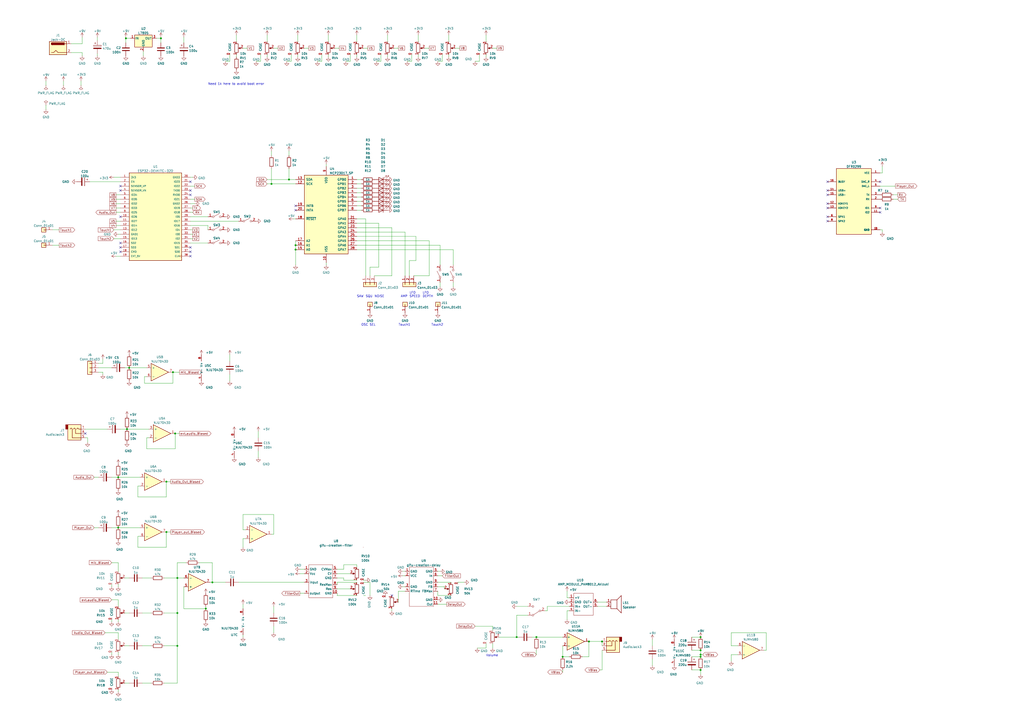
<source format=kicad_sch>
(kicad_sch (version 20211123) (generator eeschema)
  (paper "A2")
  (title_block (title "Gifu Creation Koubou Teaching Material") (date "2022-08-21") (rev "20220820") (company "Kinoshita Laboratory"))
  (lib_symbols
    (symbol "Amplifier_Operational:NJM4580" (pin_names (offset 0.127))
      (property "Reference" "U" (at 0 5.08 0))
      (property "Value" "NJM4580" (at 0 -5.08 0))
      (symbol "NJM4580_1_1"
        (pin output line (at 7.62 0 180) (length 2.54) (name "~") (number "1"))
        (pin input line (at -7.62 -2.54 0) (length 2.54) (name "-") (number "2"))
        (pin input line (at -7.62 2.54 0) (length 2.54) (name "+") (number "3"))
      )
      (symbol "NJM4580_2_1"
        (pin input line (at -7.62 2.54 0) (length 2.54) (name "+") (number "5"))
        (pin input line (at -7.62 -2.54 0) (length 2.54) (name "-") (number "6"))
        (pin output line (at 7.62 0 180) (length 2.54) (name "~") (number "7"))
      )
      (symbol "NJM4580_3_1"
        (pin power_in line (at -2.54 -7.62 90) (length 3.81) (name "V-") (number "4"))
        (pin power_in line (at -2.54 7.62 270) (length 3.81) (name "V+") (number "8"))
      )
    )
    (symbol "Connector:AudioJack3"
      (property "Reference" "J" (at 0 8.89 0))
      (property "Value" "AudioJack3" (at 0 6.35 0))
      (symbol "AudioJack3_1_1"
        (pin passive line (at 5.08 0 180) (length 2.54) (name "~") (number "R"))
        (pin passive line (at 5.08 2.54 180) (length 2.54) (name "~") (number "S"))
        (pin passive line (at 5.08 -2.54 180) (length 2.54) (name "~") (number "T"))
      )
    )
    (symbol "Connector:Jack-DC" (pin_names (offset 1.016))
      (property "Reference" "J" (at 0 5.334 0))
      (property "Value" "Jack-DC" (at 0 -5.08 0))
      (symbol "Jack-DC_1_1"
        (pin passive line (at 7.62 2.54 180) (length 2.54) (name "~") (number "1"))
        (pin passive line (at 7.62 -2.54 180) (length 2.54) (name "~") (number "2"))
      )
    )
    (symbol "Connector_Generic:Conn_01x01" (pin_names (offset 1.016) hide)
      (property "Reference" "J" (at 0 2.54 0))
      (property "Value" "Conn_01x01" (at 0 -2.54 0))
      (symbol "Conn_01x01_1_1"
        (pin passive line (at -5.08 0 0) (length 3.81) (name "Pin_1") (number "1"))
      )
    )
    (symbol "Connector_Generic:Conn_01x03" (pin_names (offset 1.016) hide)
      (property "Reference" "J" (at 0 5.08 0))
      (property "Value" "Conn_01x03" (at 0 -5.08 0))
      (symbol "Conn_01x03_1_1"
        (pin passive line (at -5.08 2.54 0) (length 3.81) (name "Pin_1") (number "1"))
        (pin passive line (at -5.08 0 0) (length 3.81) (name "Pin_2") (number "2"))
        (pin passive line (at -5.08 -2.54 0) (length 3.81) (name "Pin_3") (number "3"))
      )
    )
    (symbol "DFR0299:DFR0299" (pin_names (offset 1.016))
      (property "Reference" "U" (at -10.16 18.542 0))
      (property "Value" "DFR0299" (at -10.16 -22.86 0))
      (symbol "DFR0299_0_0"
        (pin power_in line (at 15.24 15.24 180) (length 5.08) (name "VCC") (number "1"))
        (pin power_in line (at 15.24 -17.78 180) (length 5.08) (name "GND") (number "10"))
        (pin bidirectional line (at 15.24 -7.62 180) (length 5.08) (name "IO2") (number "11"))
        (pin input line (at -15.24 -2.54 0) (length 5.08) (name "ADKEY1") (number "12"))
        (pin input line (at -15.24 -5.08 0) (length 5.08) (name "ADKEY2") (number "13"))
        (pin input line (at -15.24 5.08 0) (length 5.08) (name "USB+") (number "14"))
        (pin input line (at -15.24 2.54 0) (length 5.08) (name "USB-") (number "15"))
        (pin input line (at -15.24 10.16 0) (length 5.08) (name "BUSY") (number "16"))
        (pin input line (at 15.24 0 180) (length 5.08) (name "RX") (number "2"))
        (pin output line (at 15.24 2.54 180) (length 5.08) (name "TX") (number "3"))
        (pin output line (at 15.24 10.16 180) (length 5.08) (name "DAC_R") (number "4"))
        (pin output line (at 15.24 7.62 180) (length 5.08) (name "DAC_L") (number "5"))
        (pin passive line (at -15.24 -10.16 0) (length 5.08) (name "SPK1") (number "6"))
        (pin power_in line (at 15.24 -17.78 180) (length 5.08) (name "GND") (number "7"))
        (pin passive line (at -15.24 -12.7 0) (length 5.08) (name "SPK2") (number "8"))
        (pin bidirectional line (at 15.24 -5.08 180) (length 5.08) (name "IO1") (number "9"))
      )
    )
    (symbol "Device:C" (pin_numbers hide) (pin_names (offset 0.254))
      (property "Reference" "C" (at 0.635 2.54 0))
      (property "Value" "C" (at 0.635 -2.54 0))
      (symbol "C_1_1"
        (pin passive line (at 0 3.81 270) (length 2.794) (name "~") (number "1"))
        (pin passive line (at 0 -3.81 90) (length 2.794) (name "~") (number "2"))
      )
    )
    (symbol "Device:C_Polarized" (pin_numbers hide) (pin_names (offset 0.254))
      (property "Reference" "C" (at 0.635 2.54 0))
      (property "Value" "C_Polarized" (at 0.635 -2.54 0))
      (symbol "C_Polarized_1_1"
        (pin passive line (at 0 3.81 270) (length 2.794) (name "~") (number "1"))
        (pin passive line (at 0 -3.81 90) (length 2.794) (name "~") (number "2"))
      )
    )
    (symbol "Device:LED" (pin_numbers hide) (pin_names (offset 1.016) hide)
      (property "Reference" "D" (at 0 2.54 0))
      (property "Value" "LED" (at 0 -2.54 0))
      (symbol "LED_1_1"
        (pin passive line (at -3.81 0 0) (length 2.54) (name "K") (number "1"))
        (pin passive line (at 3.81 0 180) (length 2.54) (name "A") (number "2"))
      )
    )
    (symbol "Device:Opamp_Dual"
      (property "Reference" "U" (at 0 5.08 0))
      (property "Value" "Opamp_Dual" (at 0 -5.08 0))
      (symbol "Opamp_Dual_1_1"
        (pin output line (at 7.62 0 180) (length 2.54) (name "~") (number "1"))
        (pin input line (at -7.62 -2.54 0) (length 2.54) (name "-") (number "2"))
        (pin input line (at -7.62 2.54 0) (length 2.54) (name "+") (number "3"))
      )
      (symbol "Opamp_Dual_2_1"
        (pin input line (at -7.62 2.54 0) (length 2.54) (name "+") (number "5"))
        (pin input line (at -7.62 -2.54 0) (length 2.54) (name "-") (number "6"))
        (pin output line (at 7.62 0 180) (length 2.54) (name "~") (number "7"))
      )
      (symbol "Opamp_Dual_3_1"
        (pin power_in line (at -2.54 -7.62 90) (length 3.81) (name "V-") (number "4"))
        (pin power_in line (at -2.54 7.62 270) (length 3.81) (name "V+") (number "8"))
      )
    )
    (symbol "Device:R" (pin_numbers hide) (pin_names (offset 0))
      (property "Reference" "R" (at 2.032 0 90))
      (property "Value" "R" (at 0 0 90))
      (symbol "R_1_1"
        (pin passive line (at 0 3.81 270) (length 1.27) (name "~") (number "1"))
        (pin passive line (at 0 -3.81 90) (length 1.27) (name "~") (number "2"))
      )
    )
    (symbol "Device:Speaker" (pin_names (offset 0) hide)
      (property "Reference" "LS" (at 1.27 5.715 0))
      (property "Value" "Speaker" (at 1.27 3.81 0))
      (symbol "Speaker_1_1"
        (pin input line (at -5.08 0 0) (length 2.54) (name "1") (number "1"))
        (pin input line (at -5.08 -2.54 0) (length 2.54) (name "2") (number "2"))
      )
    )
    (symbol "ESP32-DEVKITC-32D:ESP32-DEVKITC-32D" (pin_names (offset 1.016))
      (property "Reference" "U" (at -15.2654 26.0604 0))
      (property "Value" "ESP32-DEVKITC-32D" (at -15.2654 -27.9654 0))
      (symbol "ESP32-DEVKITC-32D_0_0"
        (pin power_in line (at -20.32 22.86 0) (length 5.08) (name "3V3") (number "1"))
        (pin bidirectional line (at -20.32 0 0) (length 5.08) (name "IO26") (number "10"))
        (pin bidirectional line (at -20.32 -2.54 0) (length 5.08) (name "IO27") (number "11"))
        (pin bidirectional line (at -20.32 -5.08 0) (length 5.08) (name "IO14") (number "12"))
        (pin bidirectional line (at -20.32 -7.62 0) (length 5.08) (name "IO12") (number "13"))
        (pin power_in line (at -20.32 -10.16 0) (length 5.08) (name "GND1") (number "14"))
        (pin bidirectional line (at -20.32 -12.7 0) (length 5.08) (name "IO13") (number "15"))
        (pin bidirectional line (at -20.32 -15.24 0) (length 5.08) (name "SD2") (number "16"))
        (pin bidirectional line (at -20.32 -17.78 0) (length 5.08) (name "SD3") (number "17"))
        (pin bidirectional line (at -20.32 -20.32 0) (length 5.08) (name "CMD") (number "18"))
        (pin power_in line (at -20.32 -22.86 0) (length 5.08) (name "EXT_5V") (number "19"))
        (pin input line (at -20.32 20.32 0) (length 5.08) (name "EN") (number "2"))
        (pin power_in line (at 20.32 22.86 180) (length 5.08) (name "GND3") (number "20"))
        (pin bidirectional line (at 20.32 20.32 180) (length 5.08) (name "IO23") (number "21"))
        (pin bidirectional line (at 20.32 17.78 180) (length 5.08) (name "IO22") (number "22"))
        (pin output line (at 20.32 15.24 180) (length 5.08) (name "TXD0") (number "23"))
        (pin input line (at 20.32 12.7 180) (length 5.08) (name "RXD0") (number "24"))
        (pin bidirectional line (at 20.32 10.16 180) (length 5.08) (name "IO21") (number "25"))
        (pin power_in line (at 20.32 7.62 180) (length 5.08) (name "GND2") (number "26"))
        (pin bidirectional line (at 20.32 5.08 180) (length 5.08) (name "IO19") (number "27"))
        (pin bidirectional line (at 20.32 2.54 180) (length 5.08) (name "IO18") (number "28"))
        (pin bidirectional line (at 20.32 0 180) (length 5.08) (name "IO5") (number "29"))
        (pin input line (at -20.32 17.78 0) (length 5.08) (name "SENSOR_VP") (number "3"))
        (pin bidirectional line (at 20.32 -2.54 180) (length 5.08) (name "IO17") (number "30"))
        (pin bidirectional line (at 20.32 -5.08 180) (length 5.08) (name "IO16") (number "31"))
        (pin bidirectional line (at 20.32 -7.62 180) (length 5.08) (name "IO4") (number "32"))
        (pin bidirectional line (at 20.32 -10.16 180) (length 5.08) (name "IO0") (number "33"))
        (pin bidirectional line (at 20.32 -12.7 180) (length 5.08) (name "IO2") (number "34"))
        (pin bidirectional line (at 20.32 -15.24 180) (length 5.08) (name "IO15") (number "35"))
        (pin bidirectional line (at 20.32 -17.78 180) (length 5.08) (name "SD1") (number "36"))
        (pin bidirectional line (at 20.32 -20.32 180) (length 5.08) (name "SD0") (number "37"))
        (pin input clock (at 20.32 -22.86 180) (length 5.08) (name "CLK") (number "38"))
        (pin input line (at -20.32 15.24 0) (length 5.08) (name "SENSOR_VN") (number "4"))
        (pin bidirectional line (at -20.32 12.7 0) (length 5.08) (name "IO34") (number "5"))
        (pin bidirectional line (at -20.32 10.16 0) (length 5.08) (name "IO35") (number "6"))
        (pin bidirectional line (at -20.32 7.62 0) (length 5.08) (name "IO32") (number "7"))
        (pin bidirectional line (at -20.32 5.08 0) (length 5.08) (name "IO33") (number "8"))
        (pin bidirectional line (at -20.32 2.54 0) (length 5.08) (name "IO25") (number "9"))
      )
    )
    (symbol "Interface_Expansion:MCP23017_SP" (pin_names (offset 1.016))
      (property "Reference" "U" (at -11.43 24.13 0))
      (property "Value" "MCP23017_SP" (at 0 0 0))
      (symbol "MCP23017_SP_1_1"
        (pin bidirectional line (at 17.78 20.32 180) (length 5.08) (name "GPB0") (number "1"))
        (pin power_in line (at 0 -27.94 90) (length 5.08) (name "VSS") (number "10"))
        (pin no_connect line (at -12.7 15.24 0) (length 5.08) hide (name "NC") (number "11"))
        (pin input line (at -17.78 17.78 0) (length 5.08) (name "SCK") (number "12"))
        (pin bidirectional line (at -17.78 20.32 0) (length 5.08) (name "SDA") (number "13"))
        (pin no_connect line (at -12.7 12.7 0) (length 5.08) hide (name "NC") (number "14"))
        (pin input line (at -17.78 -20.32 0) (length 5.08) (name "A0") (number "15"))
        (pin input line (at -17.78 -17.78 0) (length 5.08) (name "A1") (number "16"))
        (pin input line (at -17.78 -15.24 0) (length 5.08) (name "A2") (number "17"))
        (pin input line (at -17.78 -2.54 0) (length 5.08) (name "~{RESET}") (number "18"))
        (pin tri_state line (at -17.78 5.08 0) (length 5.08) (name "INTB") (number "19"))
        (pin bidirectional line (at 17.78 17.78 180) (length 5.08) (name "GPB1") (number "2"))
        (pin tri_state line (at -17.78 2.54 0) (length 5.08) (name "INTA") (number "20"))
        (pin bidirectional line (at 17.78 -2.54 180) (length 5.08) (name "GPA0") (number "21"))
        (pin bidirectional line (at 17.78 -5.08 180) (length 5.08) (name "GPA1") (number "22"))
        (pin bidirectional line (at 17.78 -7.62 180) (length 5.08) (name "GPA2") (number "23"))
        (pin bidirectional line (at 17.78 -10.16 180) (length 5.08) (name "GPA3") (number "24"))
        (pin bidirectional line (at 17.78 -12.7 180) (length 5.08) (name "GPA4") (number "25"))
        (pin bidirectional line (at 17.78 -15.24 180) (length 5.08) (name "GPA5") (number "26"))
        (pin bidirectional line (at 17.78 -17.78 180) (length 5.08) (name "GPA6") (number "27"))
        (pin bidirectional line (at 17.78 -20.32 180) (length 5.08) (name "GPA7") (number "28"))
        (pin bidirectional line (at 17.78 15.24 180) (length 5.08) (name "GPB2") (number "3"))
        (pin bidirectional line (at 17.78 12.7 180) (length 5.08) (name "GPB3") (number "4"))
        (pin bidirectional line (at 17.78 10.16 180) (length 5.08) (name "GPB4") (number "5"))
        (pin bidirectional line (at 17.78 7.62 180) (length 5.08) (name "GPB5") (number "6"))
        (pin bidirectional line (at 17.78 5.08 180) (length 5.08) (name "GPB6") (number "7"))
        (pin bidirectional line (at 17.78 2.54 180) (length 5.08) (name "GPB7") (number "8"))
        (pin power_in line (at 0 27.94 270) (length 5.08) (name "VDD") (number "9"))
      )
    )
    (symbol "Regulator_Linear:L7805" (pin_names (offset 0.254))
      (property "Reference" "U" (at -3.81 3.175 0))
      (property "Value" "L7805" (at 0 3.175 0))
      (symbol "L7805_1_1"
        (pin power_in line (at -7.62 0 0) (length 2.54) (name "IN") (number "1"))
        (pin power_in line (at 0 -7.62 90) (length 2.54) (name "GND") (number "2"))
        (pin power_out line (at 7.62 0 180) (length 2.54) (name "OUT") (number "3"))
      )
    )
    (symbol "Switch:SW_SPDT" (pin_names (offset 0) hide)
      (property "Reference" "SW" (at 0 4.318 0))
      (property "Value" "SW_SPDT" (at 0 -5.08 0))
      (symbol "SW_SPDT_1_1"
        (pin passive line (at 5.08 2.54 180) (length 2.54) (name "A") (number "1"))
        (pin passive line (at -5.08 0 0) (length 2.54) (name "B") (number "2"))
        (pin passive line (at 5.08 -2.54 180) (length 2.54) (name "C") (number "3"))
      )
    )
    (symbol "Switch:SW_SPST" (pin_names (offset 0) hide)
      (property "Reference" "SW" (at 0 3.175 0))
      (property "Value" "SW_SPST" (at 0 -2.54 0))
      (symbol "SW_SPST_1_1"
        (pin passive line (at -5.08 0 0) (length 2.54) (name "A") (number "1"))
        (pin passive line (at 5.08 0 180) (length 2.54) (name "B") (number "2"))
      )
    )
    (symbol "mylib:AMP_MODULE_PAM8012_Akizuki"
      (property "Reference" "U" (at 0 8.89 0))
      (property "Value" "AMP_MODULE_PAM8012_Akizuki" (at 0 5.08 0))
      (symbol "AMP_MODULE_PAM8012_Akizuki_1_1"
        (pin passive line (at -7.62 -1.27 0) (length 2.54) (name "+V") (number "1"))
        (pin passive line (at -7.62 -3.81 0) (length 2.54) (name "GND") (number "2"))
        (pin passive line (at -7.62 -6.35 0) (length 2.54) (name "IN+") (number "3"))
        (pin passive line (at -7.62 -8.89 0) (length 2.54) (name "IN-") (number "4"))
        (pin passive line (at 8.89 -6.35 180) (length 2.54) (name "OUT-") (number "5"))
        (pin passive line (at 8.89 -3.81 180) (length 2.54) (name "OUT+") (number "6"))
      )
    )
    (symbol "mylib:R_POT_W_GND" (pin_names (offset 1.016))
      (property "Reference" "RV" (at -7.62 0 90))
      (property "Value" "R_POT_W_GND" (at -6.35 0 90))
      (symbol "R_POT_W_GND_1_1"
        (pin input line (at -3.81 3.81 270) (length 0.9906) (name "CASE") (number "0"))
        (pin passive line (at 0 3.81 270) (length 1.27) (name "~") (number "1"))
        (pin passive line (at 3.81 0 180) (length 1.27) (name "~") (number "2"))
        (pin passive line (at 0 -3.81 90) (length 1.27) (name "~") (number "3"))
      )
    )
    (symbol "mylib:gifu-creation-delay"
      (property "Reference" "U" (at 0 10.16 0))
      (property "Value" "gifu-creation-delay" (at 0 6.35 0))
      (symbol "gifu-creation-delay_1_1"
        (pin passive line (at -11.43 1.27 0) (length 2.54) (name "GND") (number "1"))
        (pin passive line (at 7.62 -15.24 180) (length 2.54) (name "GND") (number "10"))
        (pin passive line (at 7.62 -17.78 180) (length 2.54) (name "Out") (number "11"))
        (pin passive line (at -11.43 -1.27 0) (length 2.54) (name "VCC") (number "2"))
        (pin passive line (at -11.43 -7.62 0) (length 2.54) (name "GND") (number "3"))
        (pin passive line (at -11.43 -10.16 0) (length 2.54) (name "RTime") (number "4"))
        (pin passive line (at 7.62 1.27 180) (length 2.54) (name "GND") (number "5"))
        (pin passive line (at 7.62 -1.27 180) (length 2.54) (name "In") (number "6"))
        (pin passive line (at 7.62 -10.16 180) (length 2.54) (name "FBMax") (number "7"))
        (pin passive line (at 7.62 -7.62 180) (length 2.54) (name "FB") (number "8"))
        (pin passive line (at 7.62 -5.08 180) (length 2.54) (name "GND") (number "9"))
      )
    )
    (symbol "mylib:gifu-creation-filter"
      (property "Reference" "U" (at 0 3.81 0))
      (property "Value" "gifu-creation-filter" (at 0 6.35 0))
      (symbol "gifu-creation-filter_1_1"
        (pin passive line (at -8.89 0 0) (length 2.54) (name "GND") (number "1"))
        (pin passive line (at 10.16 -13.97 180) (length 2.54) (name "GND") (number "10"))
        (pin passive line (at -8.89 -2.54 0) (length 2.54) (name "Vcc") (number "2"))
        (pin passive line (at -8.89 -7.62 0) (length 2.54) (name "input") (number "3"))
        (pin passive line (at -8.89 -13.97 0) (length 2.54) (name "output") (number "4"))
        (pin passive line (at 10.16 0 180) (length 2.54) (name "CVMax") (number "5"))
        (pin passive line (at 10.16 -2.54 180) (length 2.54) (name "CV") (number "6"))
        (pin passive line (at 10.16 -5.08 180) (length 2.54) (name "GND") (number "7"))
        (pin passive line (at 10.16 -8.89 180) (length 2.54) (name "ResMax") (number "8"))
        (pin passive line (at 10.16 -11.43 180) (length 2.54) (name "Res") (number "9"))
      )
    )
    (symbol "power:+3.3V" (power) (pin_names (offset 0))
      (property "Value" "+3.3V" (at 0 3.556 0))
      (symbol "+3.3V_1_1"
        (pin power_in line (at 0 0 90) (length 0) hide (name "+3V3") (number "1"))
      )
    )
    (symbol "power:+5V" (power) (pin_names (offset 0))
      (property "Value" "+5V" (at 0 3.556 0))
      (symbol "+5V_1_1"
        (pin power_in line (at 0 0 90) (length 0) hide (name "+5V") (number "1"))
      )
    )
    (symbol "power:+9V" (power) (pin_names (offset 0))
      (property "Value" "+9V" (at 0 3.556 0))
      (symbol "+9V_1_1"
        (pin power_in line (at 0 0 90) (length 0) hide (name "+9V") (number "1"))
      )
    )
    (symbol "power:GND" (power) (pin_names (offset 0))
      (property "Value" "GND" (at 0 -3.81 0))
      (symbol "GND_1_1"
        (pin power_in line (at 0 0 270) (length 0) hide (name "GND") (number "1"))
      )
    )
    (symbol "power:PWR_FLAG" (power) (pin_numbers hide) (pin_names (offset 0) hide)
      (property "Value" "PWR_FLAG" (at 0 3.81 0))
      (symbol "PWR_FLAG_0_0"
        (pin power_out line (at 0 0 90) (length 0) (name "pwr") (number "1"))
      )
    )
  )
  (junction (at 73.66 248.92))
  (junction (at 74.93 213.36))
  (junction (at 68.58 276.86))
  (junction (at 68.58 306.07))
  (junction (at 96.52 308.61))
  (junction (at 406.4 377.19))
  (junction (at 157.48 106.68))
  (junction (at 73.025 22.225))
  (junction (at 406.4 379.73))
  (junction (at 341.63 372.11))
  (junction (at 102.87 374.65))
  (junction (at 101.6 251.46))
  (junction (at 349.25 372.11))
  (junction (at 326.39 381))
  (junction (at 167.64 104.14))
  (junction (at 100.33 215.9))
  (junction (at 406.4 388.62))
  (junction (at 93.345 22.225))
  (junction (at 171.45 142.24))
  (junction (at 102.87 355.6))
  (junction (at 406.4 369.57))
  (junction (at 171.45 144.78))
  (junction (at 96.52 279.4))
  (junction (at 119.38 353.06))
  (junction (at 123.19 337.82))
  (junction (at 299.72 369.57))
  (junction (at 311.15 369.57))
  (junction (at 102.87 335.28))
  (junction (at 406.4 381))
  (no_connect (at 69.85 110.49))
  (no_connect (at 69.85 107.95))
  (no_connect (at 227.33 345.44))
  (no_connect (at 171.45 119.38))
  (no_connect (at 171.45 121.92))
  (no_connect (at 480.06 120.65))
  (no_connect (at 480.06 128.27))
  (no_connect (at 480.06 113.03))
  (no_connect (at 480.06 118.11))
  (no_connect (at 480.06 125.73))
  (no_connect (at 480.06 110.49))
  (no_connect (at 69.85 146.05))
  (no_connect (at 69.85 143.51))
  (no_connect (at 69.85 140.97))
  (no_connect (at 110.49 143.51))
  (no_connect (at 110.49 146.05))
  (no_connect (at 110.49 148.59))
  (no_connect (at 110.49 110.49))
  (no_connect (at 110.49 113.03))
  (no_connect (at 69.85 125.73))
  (no_connect (at 49.53 251.46))
  (no_connect (at 110.49 105.41))
  (no_connect (at 480.06 105.41))
  (no_connect (at 510.54 123.19))
  (no_connect (at 510.54 120.65))
  (no_connect (at 510.54 105.41))
  (wire (pts (xy 511.81 133.35) (xy 511.81 134.62)))
  (wire (pts (xy 199.39 327.66) (xy 207.01 327.66)))
  (wire (pts (xy 110.49 130.81) (xy 120.65 130.81)))
  (wire (pts (xy 110.49 128.27) (xy 138.43 128.27)))
  (wire (pts (xy 207.01 104.14) (xy 209.55 104.14)))
  (wire (pts (xy 154.94 20.32) (xy 154.94 24.13)))
  (wire (pts (xy 176.53 27.94) (xy 179.07 27.94)))
  (wire (pts (xy 265.43 337.82) (xy 269.24 337.82)))
  (wire (pts (xy 64.77 347.98) (xy 68.58 347.98)))
  (wire (pts (xy 106.68 353.06) (xy 106.68 340.36)))
  (wire (pts (xy 157.48 106.68) (xy 171.45 106.68)))
  (wire (pts (xy 444.5 367.03) (xy 444.5 377.19)))
  (wire (pts (xy 234.95 134.62) (xy 234.95 160.02)))
  (wire (pts (xy 233.68 340.36) (xy 234.95 340.36)))
  (wire (pts (xy 171.45 139.7) (xy 171.45 142.24)))
  (wire (pts (xy 281.94 20.32) (xy 281.94 24.13)))
  (wire (pts (xy 101.6 260.35) (xy 101.6 251.46)))
  (wire (pts (xy 73.025 22.225) (xy 75.565 22.225)))
  (wire (pts (xy 285.75 363.22) (xy 285.75 365.76)))
  (wire (pts (xy 80.01 288.29) (xy 96.52 288.29)))
  (wire (pts (xy 317.5 354.33) (xy 317.5 351.79)))
  (wire (pts (xy 207.01 116.84) (xy 209.55 116.84)))
  (wire (pts (xy 212.09 127) (xy 212.09 160.02)))
  (wire (pts (xy 207.01 121.92) (xy 209.55 121.92)))
  (wire (pts (xy 68.58 347.98) (xy 68.58 351.79)))
  (wire (pts (xy 82.55 355.6) (xy 87.63 355.6)))
  (wire (pts (xy 195.58 330.2) (xy 199.39 330.2)))
  (wire (pts (xy 50.8 254) (xy 50.8 256.54)))
  (wire (pts (xy 68.58 359.41) (xy 68.58 360.68)))
  (wire (pts (xy 328.93 342.9) (xy 328.93 346.71)))
  (wire (pts (xy 210.82 27.94) (xy 213.36 27.94)))
  (wire (pts (xy 285.75 373.38) (xy 285.75 375.92)))
  (wire (pts (xy 110.49 125.73) (xy 120.65 125.73)))
  (wire (pts (xy 328.93 346.71) (xy 330.2 346.71)))
  (wire (pts (xy 100.33 222.25) (xy 100.33 215.9)))
  (wire (pts (xy 238.76 31.75) (xy 238.76 35.56)))
  (wire (pts (xy 68.58 276.86) (xy 81.28 276.86)))
  (wire (pts (xy 110.49 140.97) (xy 120.65 140.97)))
  (wire (pts (xy 74.93 213.36) (xy 85.09 213.36)))
  (wire (pts (xy 102.87 335.28) (xy 106.68 335.28)))
  (wire (pts (xy 207.01 137.16) (xy 241.3 137.16)))
  (wire (pts (xy 444.5 377.19) (xy 443.23 377.19)))
  (wire (pts (xy 83.82 218.44) (xy 83.82 222.25)))
  (wire (pts (xy 102.87 355.6) (xy 102.87 335.28)))
  (wire (pts (xy 110.49 107.95) (xy 113.03 107.95)))
  (wire (pts (xy 64.77 276.86) (xy 68.58 276.86)))
  (wire (pts (xy 107.95 326.39) (xy 102.87 326.39)))
  (wire (pts (xy 224.79 31.75) (xy 224.79 33.02)))
  (wire (pts (xy 207.01 142.24) (xy 255.27 142.24)))
  (wire (pts (xy 510.54 107.95) (xy 519.43 107.95)))
  (wire (pts (xy 194.31 27.94) (xy 196.85 27.94)))
  (wire (pts (xy 80.01 311.15) (xy 80.01 317.5)))
  (wire (pts (xy 149.86 261.62) (xy 149.86 265.43)))
  (wire (pts (xy 220.98 31.75) (xy 220.98 35.56)))
  (wire (pts (xy 80.01 281.94) (xy 80.01 288.29)))
  (wire (pts (xy 172.72 31.75) (xy 172.72 33.02)))
  (wire (pts (xy 195.58 341.63) (xy 203.2 341.63)))
  (wire (pts (xy 275.59 363.22) (xy 285.75 363.22)))
  (wire (pts (xy 64.77 378.46) (xy 64.77 379.73)))
  (wire (pts (xy 85.09 260.35) (xy 101.6 260.35)))
  (wire (pts (xy 337.82 381) (xy 341.63 381)))
  (wire (pts (xy 72.39 396.24) (xy 74.93 396.24)))
  (wire (pts (xy 207.01 327.66) (xy 207.01 328.93)))
  (wire (pts (xy 96.52 317.5) (xy 96.52 308.61)))
  (wire (pts (xy 406.4 388.62) (xy 406.4 391.16)))
  (wire (pts (xy 189.23 152.4) (xy 189.23 153.67)))
  (wire (pts (xy 73.025 22.225) (xy 73.025 24.765)))
  (wire (pts (xy 214.63 337.82) (xy 214.63 345.44)))
  (wire (pts (xy 326.39 388.62) (xy 326.39 389.89)))
  (wire (pts (xy 207.01 106.68) (xy 209.55 106.68)))
  (wire (pts (xy 254 340.36) (xy 257.81 340.36)))
  (wire (pts (xy 326.39 381) (xy 330.2 381)))
  (wire (pts (xy 203.2 35.56) (xy 200.66 35.56)))
  (wire (pts (xy 72.39 374.65) (xy 74.93 374.65)))
  (wire (pts (xy 254 334.01) (xy 256.54 334.01)))
  (wire (pts (xy 110.49 138.43) (xy 111.76 138.43)))
  (wire (pts (xy 54.61 306.07) (xy 57.15 306.07)))
  (wire (pts (xy 86.36 254) (xy 85.09 254)))
  (wire (pts (xy 82.55 374.65) (xy 87.63 374.65)))
  (wire (pts (xy 195.58 332.74) (xy 203.2 332.74)))
  (wire (pts (xy 158.75 27.94) (xy 161.29 27.94)))
  (wire (pts (xy 518.16 115.57) (xy 520.7 115.57)))
  (wire (pts (xy 203.2 31.75) (xy 203.2 35.56)))
  (wire (pts (xy 207.01 139.7) (xy 248.92 139.7)))
  (wire (pts (xy 241.3 137.16) (xy 241.3 151.13)))
  (wire (pts (xy 81.28 281.94) (xy 80.01 281.94)))
  (wire (pts (xy 346.71 349.25) (xy 351.79 349.25)))
  (wire (pts (xy 106.68 21.59) (xy 106.68 24.765)))
  (wire (pts (xy 207.01 31.75) (xy 207.01 33.02)))
  (wire (pts (xy 255.27 163.83) (xy 255.27 166.37)))
  (wire (pts (xy 30.48 142.24) (xy 34.29 142.24)))
  (wire (pts (xy 240.03 160.02) (xy 248.92 160.02)))
  (wire (pts (xy 281.94 373.38) (xy 281.94 375.92)))
  (wire (pts (xy 172.72 20.32) (xy 172.72 24.13)))
  (wire (pts (xy 424.18 367.03) (xy 444.5 367.03)))
  (wire (pts (xy 207.01 114.3) (xy 209.55 114.3)))
  (wire (pts (xy 96.52 288.29) (xy 96.52 279.4)))
  (wire (pts (xy 281.94 31.75) (xy 281.94 33.02)))
  (wire (pts (xy 207.01 20.32) (xy 207.01 24.13)))
  (wire (pts (xy 256.54 31.75) (xy 256.54 35.56)))
  (wire (pts (xy 308.61 369.57) (xy 311.15 369.57)))
  (wire (pts (xy 224.79 20.32) (xy 224.79 24.13)))
  (wire (pts (xy 60.96 367.03) (xy 68.58 367.03)))
  (wire (pts (xy 349.25 372.11) (xy 349.25 374.65)))
  (wire (pts (xy 68.58 339.09) (xy 68.58 340.36)))
  (wire (pts (xy 427.99 374.65) (xy 424.18 374.65)))
  (wire (pts (xy 119.38 351.79) (xy 119.38 353.06)))
  (wire (pts (xy 68.58 378.46) (xy 68.58 379.73)))
  (wire (pts (xy 238.76 35.56) (xy 236.22 35.56)))
  (wire (pts (xy 82.55 396.24) (xy 87.63 396.24)))
  (wire (pts (xy 195.58 344.17) (xy 195.58 345.44)))
  (wire (pts (xy 54.61 276.86) (xy 57.15 276.86)))
  (wire (pts (xy 406.4 377.19) (xy 406.4 379.73)))
  (wire (pts (xy 46.99 46.99) (xy 46.99 49.53)))
  (wire (pts (xy 68.58 400.05) (xy 68.58 401.32)))
  (wire (pts (xy 93.345 21.59) (xy 93.345 22.225)))
  (wire (pts (xy 167.64 87.63) (xy 167.64 90.17)))
  (wire (pts (xy 346.71 351.79) (xy 351.79 351.79)))
  (wire (pts (xy 52.07 105.41) (xy 69.85 105.41)))
  (wire (pts (xy 207.01 132.08) (xy 227.33 132.08)))
  (wire (pts (xy 167.64 104.14) (xy 171.45 104.14)))
  (wire (pts (xy 59.69 215.9) (xy 59.69 217.17)))
  (wire (pts (xy 110.49 115.57) (xy 113.03 115.57)))
  (wire (pts (xy 349.25 388.62) (xy 347.98 388.62)))
  (wire (pts (xy 210.82 345.44) (xy 212.09 345.44)))
  (wire (pts (xy 73.025 21.59) (xy 73.025 22.225)))
  (wire (pts (xy 95.25 396.24) (xy 102.87 396.24)))
  (wire (pts (xy 110.49 120.65) (xy 111.76 120.65)))
  (wire (pts (xy 217.17 160.02) (xy 227.33 160.02)))
  (wire (pts (xy 57.15 213.36) (xy 64.77 213.36)))
  (wire (pts (xy 142.24 307.34) (xy 140.97 307.34)))
  (wire (pts (xy 256.54 35.56) (xy 254 35.56)))
  (wire (pts (xy 80.01 317.5) (xy 96.52 317.5)))
  (wire (pts (xy 195.58 345.44) (xy 207.01 345.44)))
  (wire (pts (xy 511.81 96.52) (xy 511.81 100.33)))
  (wire (pts (xy 228.6 27.94) (xy 231.14 27.94)))
  (wire (pts (xy 149.86 250.19) (xy 149.86 254)))
  (wire (pts (xy 59.69 208.28) (xy 59.69 210.82)))
  (wire (pts (xy 140.97 27.94) (xy 143.51 27.94)))
  (wire (pts (xy 190.5 20.32) (xy 190.5 24.13)))
  (wire (pts (xy 95.25 335.28) (xy 102.87 335.28)))
  (wire (pts (xy 231.14 342.9) (xy 234.95 342.9)))
  (wire (pts (xy 30.48 133.35) (xy 34.29 133.35)))
  (wire (pts (xy 190.5 31.75) (xy 190.5 33.02)))
  (wire (pts (xy 207.01 111.76) (xy 209.55 111.76)))
  (wire (pts (xy 157.48 87.63) (xy 157.48 90.17)))
  (wire (pts (xy 406.4 379.73) (xy 406.4 381)))
  (wire (pts (xy 311.15 369.57) (xy 326.39 369.57)))
  (wire (pts (xy 67.31 115.57) (xy 69.85 115.57)))
  (wire (pts (xy 427.99 379.73) (xy 424.18 379.73)))
  (wire (pts (xy 66.04 133.35) (xy 69.85 133.35)))
  (wire (pts (xy 207.01 337.82) (xy 195.58 337.82)))
  (wire (pts (xy 254 331.47) (xy 255.27 331.47)))
  (wire (pts (xy 100.33 215.9) (xy 104.14 215.9)))
  (wire (pts (xy 326.39 374.65) (xy 326.39 381)))
  (wire (pts (xy 66.04 102.87) (xy 69.85 102.87)))
  (wire (pts (xy 195.58 337.82) (xy 195.58 339.09)))
  (wire (pts (xy 255.27 142.24) (xy 255.27 153.67)))
  (wire (pts (xy 123.19 326.39) (xy 123.19 337.82)))
  (wire (pts (xy 72.39 213.36) (xy 74.93 213.36)))
  (wire (pts (xy 186.69 35.56) (xy 184.15 35.56)))
  (wire (pts (xy 242.57 20.32) (xy 242.57 24.13)))
  (wire (pts (xy 285.75 27.94) (xy 288.29 27.94)))
  (wire (pts (xy 93.345 22.225) (xy 93.345 24.765)))
  (wire (pts (xy 101.6 251.46) (xy 104.14 251.46)))
  (wire (pts (xy 102.87 396.24) (xy 102.87 374.65)))
  (wire (pts (xy 66.04 138.43) (xy 69.85 138.43)))
  (wire (pts (xy 401.32 369.57) (xy 406.4 369.57)))
  (wire (pts (xy 64.77 326.39) (xy 68.58 326.39)))
  (wire (pts (xy 140.97 368.3) (xy 140.97 369.57)))
  (wire (pts (xy 199.39 330.2) (xy 199.39 327.66)))
  (wire (pts (xy 237.49 160.02) (xy 237.49 151.13)))
  (wire (pts (xy 67.31 113.03) (xy 69.85 113.03)))
  (wire (pts (xy 511.81 100.33) (xy 510.54 100.33)))
  (wire (pts (xy 341.63 372.11) (xy 341.63 381)))
  (wire (pts (xy 424.18 374.65) (xy 424.18 367.03)))
  (wire (pts (xy 186.69 31.75) (xy 186.69 35.56)))
  (wire (pts (xy 233.68 331.47) (xy 234.95 331.47)))
  (wire (pts (xy 406.4 379.73) (xy 407.67 379.73)))
  (wire (pts (xy 133.35 205.74) (xy 133.35 209.55)))
  (wire (pts (xy 69.85 248.92) (xy 73.66 248.92)))
  (wire (pts (xy 220.98 35.56) (xy 218.44 35.56)))
  (wire (pts (xy 68.58 306.07) (xy 81.28 306.07)))
  (wire (pts (xy 49.53 248.92) (xy 62.23 248.92)))
  (wire (pts (xy 56.515 21.59) (xy 56.515 23.495)))
  (wire (pts (xy 110.49 123.19) (xy 111.76 123.19)))
  (wire (pts (xy 85.09 254) (xy 85.09 260.35)))
  (wire (pts (xy 72.39 355.6) (xy 74.93 355.6)))
  (wire (pts (xy 64.77 306.07) (xy 68.58 306.07)))
  (wire (pts (xy 262.89 163.83) (xy 262.89 166.37)))
  (wire (pts (xy 173.99 344.17) (xy 176.53 344.17)))
  (wire (pts (xy 96.52 308.61) (xy 99.06 308.61)))
  (wire (pts (xy 401.32 377.19) (xy 406.4 377.19)))
  (wire (pts (xy 154.94 31.75) (xy 154.94 33.02)))
  (wire (pts (xy 137.16 31.75) (xy 137.16 33.02)))
  (wire (pts (xy 260.35 20.32) (xy 260.35 24.13)))
  (wire (pts (xy 254 342.9) (xy 254 345.44)))
  (wire (pts (xy 330.2 354.33) (xy 328.93 354.33)))
  (wire (pts (xy 133.35 35.56) (xy 130.81 35.56)))
  (wire (pts (xy 137.16 20.32) (xy 137.16 24.13)))
  (wire (pts (xy 237.49 151.13) (xy 241.3 151.13)))
  (wire (pts (xy 210.82 336.55) (xy 212.09 336.55)))
  (wire (pts (xy 110.49 135.89) (xy 111.76 135.89)))
  (wire (pts (xy 168.91 35.56) (xy 166.37 35.56)))
  (wire (pts (xy 233.68 334.01) (xy 234.95 334.01)))
  (wire (pts (xy 264.16 27.94) (xy 266.7 27.94)))
  (wire (pts (xy 199.39 335.28) (xy 199.39 336.55)))
  (wire (pts (xy 47.625 25.4) (xy 41.275 25.4)))
  (wire (pts (xy 82.55 335.28) (xy 87.63 335.28)))
  (wire (pts (xy 170.18 127) (xy 171.45 127)))
  (wire (pts (xy 207.01 134.62) (xy 234.95 134.62)))
  (wire (pts (xy 171.45 142.24) (xy 171.45 144.78)))
  (wire (pts (xy 299.72 356.87) (xy 299.72 369.57)))
  (wire (pts (xy 210.82 337.82) (xy 214.63 337.82)))
  (wire (pts (xy 120.65 133.35) (xy 120.65 130.81)))
  (wire (pts (xy 64.77 359.41) (xy 64.77 360.68)))
  (wire (pts (xy 207.01 109.22) (xy 209.55 109.22)))
  (wire (pts (xy 154.94 104.14) (xy 167.64 104.14)))
  (wire (pts (xy 123.19 337.82) (xy 130.81 337.82)))
  (wire (pts (xy 317.5 351.79) (xy 330.2 351.79)))
  (wire (pts (xy 207.01 119.38) (xy 209.55 119.38)))
  (wire (pts (xy 151.13 35.56) (xy 148.59 35.56)))
  (wire (pts (xy 349.25 377.19) (xy 349.25 388.62)))
  (wire (pts (xy 110.49 133.35) (xy 111.76 133.35)))
  (wire (pts (xy 133.35 31.75) (xy 133.35 35.56)))
  (wire (pts (xy 56.515 31.115) (xy 56.515 32.385)))
  (wire (pts (xy 242.57 31.75) (xy 242.57 33.02)))
  (wire (pts (xy 378.46 382.27) (xy 378.46 386.08)))
  (wire (pts (xy 257.81 340.36) (xy 257.81 341.63)))
  (wire (pts (xy 102.87 326.39) (xy 102.87 335.28)))
  (wire (pts (xy 110.49 102.87) (xy 111.76 102.87)))
  (wire (pts (xy 68.58 367.03) (xy 68.58 370.84)))
  (wire (pts (xy 140.97 312.42) (xy 140.97 317.5)))
  (wire (pts (xy 246.38 27.94) (xy 248.92 27.94)))
  (wire (pts (xy 171.45 144.78) (xy 171.45 153.67)))
  (wire (pts (xy 254 350.52) (xy 259.08 350.52)))
  (wire (pts (xy 83.185 29.845) (xy 83.185 32.385)))
  (wire (pts (xy 227.33 353.06) (xy 227.33 354.33)))
  (wire (pts (xy 158.75 363.22) (xy 158.75 367.03)))
  (wire (pts (xy 518.16 113.03) (xy 520.7 113.03)))
  (wire (pts (xy 157.48 97.79) (xy 157.48 106.68)))
  (wire (pts (xy 173.99 330.2) (xy 176.53 330.2)))
  (wire (pts (xy 59.69 210.82) (xy 57.15 210.82)))
  (wire (pts (xy 95.25 355.6) (xy 102.87 355.6)))
  (wire (pts (xy 154.94 106.68) (xy 157.48 106.68)))
  (wire (pts (xy 49.53 254) (xy 50.8 254)))
  (wire (pts (xy 67.31 130.81) (xy 69.85 130.81)))
  (wire (pts (xy 231.14 342.9) (xy 231.14 349.25)))
  (wire (pts (xy 41.275 30.48) (xy 47.625 30.48)))
  (wire (pts (xy 173.99 332.74) (xy 176.53 332.74)))
  (wire (pts (xy 115.57 326.39) (xy 123.19 326.39)))
  (wire (pts (xy 401.32 388.62) (xy 406.4 388.62)))
  (wire (pts (xy 57.15 215.9) (xy 59.69 215.9)))
  (wire (pts (xy 254 345.44) (xy 261.62 345.44)))
  (wire (pts (xy 158.75 351.79) (xy 158.75 355.6)))
  (wire (pts (xy 299.72 351.79) (xy 306.07 351.79)))
  (wire (pts (xy 278.13 31.75) (xy 278.13 35.56)))
  (wire (pts (xy 199.39 336.55) (xy 207.01 336.55)))
  (wire (pts (xy 68.58 389.89) (xy 68.58 392.43)))
  (wire (pts (xy 227.33 132.08) (xy 227.33 160.02)))
  (wire (pts (xy 47.625 30.48) (xy 47.625 32.385)))
  (wire (pts (xy 96.52 279.4) (xy 99.06 279.4)))
  (wire (pts (xy 47.625 21.59) (xy 47.625 25.4)))
  (wire (pts (xy 207.01 127) (xy 212.09 127)))
  (wire (pts (xy 158.75 309.88) (xy 157.48 309.88)))
  (wire (pts (xy 151.13 31.75) (xy 151.13 35.56)))
  (wire (pts (xy 254 337.82) (xy 261.62 337.82)))
  (wire (pts (xy 260.35 31.75) (xy 260.35 33.02)))
  (wire (pts (xy 110.49 118.11) (xy 113.03 118.11)))
  (wire (pts (xy 142.24 312.42) (xy 140.97 312.42)))
  (wire (pts (xy 278.13 35.56) (xy 275.59 35.56)))
  (wire (pts (xy 168.91 31.75) (xy 168.91 35.56)))
  (wire (pts (xy 316.23 354.33) (xy 317.5 354.33)))
  (wire (pts (xy 73.66 248.92) (xy 86.36 248.92)))
  (wire (pts (xy 401.32 381) (xy 406.4 381)))
  (wire (pts (xy 68.58 326.39) (xy 68.58 331.47)))
  (wire (pts (xy 311.15 377.19) (xy 311.15 379.73)))
  (wire (pts (xy 219.71 154.94) (xy 214.63 154.94)))
  (wire (pts (xy 62.23 389.89) (xy 68.58 389.89)))
  (wire (pts (xy 67.31 148.59) (xy 69.85 148.59)))
  (wire (pts (xy 81.28 311.15) (xy 80.01 311.15)))
  (wire (pts (xy 289.56 369.57) (xy 299.72 369.57)))
  (wire (pts (xy 328.93 354.33) (xy 328.93 359.41)))
  (wire (pts (xy 207.01 144.78) (xy 262.89 144.78)))
  (wire (pts (xy 95.25 374.65) (xy 102.87 374.65)))
  (wire (pts (xy 83.82 222.25) (xy 100.33 222.25)))
  (wire (pts (xy 167.64 97.79) (xy 167.64 104.14)))
  (wire (pts (xy 85.09 218.44) (xy 83.82 218.44)))
  (wire (pts (xy 36.83 46.99) (xy 36.83 49.53)))
  (wire (pts (xy 123.19 337.82) (xy 121.92 337.82)))
  (wire (pts (xy 72.39 335.28) (xy 74.93 335.28)))
  (wire (pts (xy 248.92 139.7) (xy 248.92 160.02)))
  (wire (pts (xy 195.58 335.28) (xy 199.39 335.28)))
  (wire (pts (xy 67.31 128.27) (xy 69.85 128.27)))
  (wire (pts (xy 64.77 339.09) (xy 64.77 340.36)))
  (wire (pts (xy 510.54 133.35) (xy 511.81 133.35)))
  (wire (pts (xy 378.46 370.84) (xy 378.46 374.65)))
  (wire (pts (xy 214.63 154.94) (xy 214.63 160.02)))
  (wire (pts (xy 26.67 60.96) (xy 26.67 63.5)))
  (wire (pts (xy 67.31 123.19) (xy 69.85 123.19)))
  (wire (pts (xy 281.94 375.92) (xy 276.86 375.92)))
  (wire (pts (xy 140.97 298.45) (xy 158.75 298.45)))
  (wire (pts (xy 119.38 353.06) (xy 106.68 353.06)))
  (wire (pts (xy 424.18 379.73) (xy 424.18 383.54)))
  (wire (pts (xy 102.87 374.65) (xy 102.87 355.6)))
  (wire (pts (xy 140.97 350.52) (xy 140.97 353.06)))
  (wire (pts (xy 133.35 217.17) (xy 133.35 220.98)))
  (wire (pts (xy 262.89 144.78) (xy 262.89 153.67)))
  (wire (pts (xy 67.31 118.11) (xy 69.85 118.11)))
  (wire (pts (xy 140.97 307.34) (xy 140.97 298.45)))
  (wire (pts (xy 219.71 129.54) (xy 219.71 154.94)))
  (wire (pts (xy 189.23 95.25) (xy 189.23 96.52)))
  (wire (pts (xy 138.43 337.82) (xy 176.53 337.82)))
  (wire (pts (xy 299.72 356.87) (xy 306.07 356.87)))
  (wire (pts (xy 67.31 120.65) (xy 69.85 120.65)))
  (wire (pts (xy 93.345 22.225) (xy 90.805 22.225)))
  (wire (pts (xy 341.63 372.11) (xy 349.25 372.11)))
  (wire (pts (xy 26.67 46.99) (xy 26.67 49.53)))
  (wire (pts (xy 68.58 135.89) (xy 69.85 135.89)))
  (wire (pts (xy 299.72 369.57) (xy 300.99 369.57)))
  (wire (pts (xy 158.75 298.45) (xy 158.75 309.88)))
  (wire (pts (xy 207.01 129.54) (xy 219.71 129.54)))
  (text "AMP" (at 232.41 172.72 0) (effects (font (size 1.27 1.27)) (justify left bottom)))
  (text "LFO\nDEPTH" (at 245.11 172.72 0) (effects (font (size 1.27 1.27)) (justify left bottom)))
  (text "SQU" (at 212.09 172.72 0) (effects (font (size 1.27 1.27)) (justify left bottom)))
  (text "OSC SEL" (at 209.55 189.23 0) (effects (font (size 1.27 1.27)) (justify left bottom)))
  (text "Volume" (at 281.94 381 0) (effects (font (size 1.27 1.27)) (justify left bottom)))
  (text "Touch1" (at 231.14 189.23 0) (effects (font (size 1.27 1.27)) (justify left bottom)))
  (text "Touch2" (at 250.19 189.23 0) (effects (font (size 1.27 1.27)) (justify left bottom)))
  (text "Need 1k here to avoid boot error" (at 120.65 49.53 0) (effects (font (size 1.27 1.27)) (justify left bottom)))
  (text "SAW" (at 207.01 172.72 0) (effects (font (size 1.27 1.27)) (justify left bottom)))
  (text "NOISE" (at 217.17 172.72 0) (effects (font (size 1.27 1.27)) (justify left bottom)))
  (text "LFO\nSPEED" (at 237.49 172.72 0) (effects (font (size 1.27 1.27)) (justify left bottom)))
  (global_label "VBias" (shape bidirectional) (at 326.39 389.89 180) (property "Intersheet References" "${INTERSHEET_REFS}" (effects hide)))
  (global_label "mic_Biased" (shape output) (at 104.14 215.9 0) (property "Intersheet References" "${INTERSHEET_REFS}" (effects hide)))
  (global_label "Touch1" (shape input) (at 66.04 133.35 180) (property "Intersheet References" "${INTERSHEET_REFS}" (effects hide)))
  (global_label "FilterOut" (shape output) (at 173.99 344.17 180) (property "Intersheet References" "${INTERSHEET_REFS}" (effects hide)))
  (global_label "V4" (shape passive) (at 67.31 130.81 180) (property "Intersheet References" "${INTERSHEET_REFS}" (effects hide)))
  (global_label "V6" (shape passive) (at 67.31 118.11 180) (property "Intersheet References" "${INTERSHEET_REFS}" (effects hide)))
  (global_label "SDA" (shape input) (at 154.94 104.14 180) (property "Intersheet References" "${INTERSHEET_REFS}" (effects hide)))
  (global_label "Touch1" (shape output) (at 34.29 133.35 0) (property "Intersheet References" "${INTERSHEET_REFS}" (effects hide)))
  (global_label "V1" (shape passive) (at 143.51 27.94 0) (property "Intersheet References" "${INTERSHEET_REFS}" (effects hide)))
  (global_label "Audio_Out" (shape output) (at 67.31 123.19 180) (property "Intersheet References" "${INTERSHEET_REFS}" (effects hide)))
  (global_label "V3" (shape passive) (at 179.07 27.94 0) (property "Intersheet References" "${INTERSHEET_REFS}" (effects hide)))
  (global_label "V9" (shape passive) (at 67.31 115.57 180) (property "Intersheet References" "${INTERSHEET_REFS}" (effects hide)))
  (global_label "VBias" (shape bidirectional) (at 347.98 388.62 180) (property "Intersheet References" "${INTERSHEET_REFS}" (effects hide)))
  (global_label "SCK" (shape output) (at 113.03 107.95 0) (property "Intersheet References" "${INTERSHEET_REFS}" (effects hide)))
  (global_label "DelayOut" (shape output) (at 259.08 350.52 0) (property "Intersheet References" "${INTERSHEET_REFS}" (effects hide)))
  (global_label "ext.audio_Biased" (shape output) (at 104.14 251.46 0) (property "Intersheet References" "${INTERSHEET_REFS}" (effects hide)))
  (global_label "Touch2" (shape input) (at 66.04 138.43 180) (property "Intersheet References" "${INTERSHEET_REFS}" (effects hide)))
  (global_label "V2" (shape passive) (at 111.76 138.43 0) (property "Intersheet References" "${INTERSHEET_REFS}" (effects hide)))
  (global_label "mic_Biased" (shape input) (at 64.77 326.39 180) (property "Intersheet References" "${INTERSHEET_REFS}" (effects hide)))
  (global_label "V2" (shape passive) (at 161.29 27.94 0) (property "Intersheet References" "${INTERSHEET_REFS}" (effects hide)))
  (global_label "V5" (shape passive) (at 67.31 128.27 180) (property "Intersheet References" "${INTERSHEET_REFS}" (effects hide)))
  (global_label "Audio_Out" (shape input) (at 54.61 276.86 180) (property "Intersheet References" "${INTERSHEET_REFS}" (effects hide)))
  (global_label "Player_out_Biased" (shape input) (at 62.23 389.89 180) (property "Intersheet References" "${INTERSHEET_REFS}" (effects hide)))
  (global_label "TX" (shape input) (at 520.7 115.57 0) (property "Intersheet References" "${INTERSHEET_REFS}" (effects hide)))
  (global_label "TX" (shape output) (at 111.76 120.65 0) (property "Intersheet References" "${INTERSHEET_REFS}" (effects hide)))
  (global_label "Player_Out" (shape input) (at 54.61 306.07 180) (property "Intersheet References" "${INTERSHEET_REFS}" (effects hide)))
  (global_label "ext.audio_Biased" (shape input) (at 64.77 347.98 180) (property "Intersheet References" "${INTERSHEET_REFS}" (effects hide)))
  (global_label "SCK" (shape input) (at 154.94 106.68 180) (property "Intersheet References" "${INTERSHEET_REFS}" (effects hide)))
  (global_label "V8" (shape passive) (at 67.31 113.03 180) (property "Intersheet References" "${INTERSHEET_REFS}" (effects hide)))
  (global_label "Audio_Out_Biased" (shape input) (at 60.96 367.03 180) (property "Intersheet References" "${INTERSHEET_REFS}" (effects hide)))
  (global_label "RX" (shape input) (at 111.76 123.19 0) (property "Intersheet References" "${INTERSHEET_REFS}" (effects hide)))
  (global_label "DelayOut" (shape input) (at 275.59 363.22 180) (property "Intersheet References" "${INTERSHEET_REFS}" (effects hide)))
  (global_label "V8" (shape passive) (at 266.7 27.94 0) (property "Intersheet References" "${INTERSHEET_REFS}" (effects hide)))
  (global_label "V7" (shape passive) (at 248.92 27.94 0) (property "Intersheet References" "${INTERSHEET_REFS}" (effects hide)))
  (global_label "V7" (shape passive) (at 67.31 120.65 180) (property "Intersheet References" "${INTERSHEET_REFS}" (effects hide)))
  (global_label "FilterOut" (shape input) (at 256.54 334.01 0) (property "Intersheet References" "${INTERSHEET_REFS}" (effects hide)))
  (global_label "V4" (shape passive) (at 196.85 27.94 0) (property "Intersheet References" "${INTERSHEET_REFS}" (effects hide)))
  (global_label "V1" (shape passive) (at 111.76 135.89 0) (property "Intersheet References" "${INTERSHEET_REFS}" (effects hide)))
  (global_label "VBias" (shape bidirectional) (at 311.15 379.73 180) (property "Intersheet References" "${INTERSHEET_REFS}" (effects hide)))
  (global_label "V6" (shape passive) (at 231.14 27.94 0) (property "Intersheet References" "${INTERSHEET_REFS}" (effects hide)))
  (global_label "Touch2" (shape output) (at 34.29 142.24 0) (property "Intersheet References" "${INTERSHEET_REFS}" (effects hide)))
  (global_label "Player_Out" (shape output) (at 519.43 107.95 0) (property "Intersheet References" "${INTERSHEET_REFS}" (effects hide)))
  (global_label "VBias" (shape bidirectional) (at 407.67 379.73 0) (property "Intersheet References" "${INTERSHEET_REFS}" (effects hide)))
  (global_label "SDA" (shape output) (at 113.03 115.57 0) (property "Intersheet References" "${INTERSHEET_REFS}" (effects hide)))
  (global_label "V9" (shape passive) (at 288.29 27.94 0) (property "Intersheet References" "${INTERSHEET_REFS}" (effects hide)))
  (global_label "V3" (shape passive) (at 111.76 133.35 0) (property "Intersheet References" "${INTERSHEET_REFS}" (effects hide)))
  (global_label "V5" (shape passive) (at 213.36 27.94 0) (property "Intersheet References" "${INTERSHEET_REFS}" (effects hide)))
  (global_label "Audio_Out_Biased" (shape output) (at 99.06 279.4 0) (property "Intersheet References" "${INTERSHEET_REFS}" (effects hide)))
  (global_label "Player_out_Biased" (shape output) (at 99.06 308.61 0) (property "Intersheet References" "${INTERSHEET_REFS}" (effects hide)))
  (global_label "RX" (shape output) (at 520.7 113.03 0) (property "Intersheet References" "${INTERSHEET_REFS}" (effects hide)))
  (symbol (lib_id "Device:Opamp_Dual") (at 88.9 279.4 0) (unit 1)
    (property "Reference" "U6" (at 88.9 270.6202 0))
    (property "Value" "NJU7043D" (at 88.9 273.1571 0))
    (property "Footprint" "Package_DIP:DIP-8_W7.62mm" (effects hide))
  )
  (symbol (lib_id "Connector_Generic:Conn_01x03") (at 52.07 213.36 0) (mirror y) (unit 1)
    (property "Reference" "J6" (at 52.07 205.8502 0))
    (property "Value" "Conn_01x03" (at 52.07 208.3871 0))
    (property "Footprint" "Connector_PinHeader_2.54mm:PinHeader_1x03_P2.54mm_Vertical" (effects hide))
  )
  (symbol (lib_id "Interface_Expansion:MCP23017_SP") (at 189.23 124.46 0) (unit 1)
    (property "Reference" "U4" (at 191.2494 97.9002 0) (effects (justify left)))
    (property "Value" "MCP23017_SP" (at 191.2494 100.4371 0) (effects (justify left)))
    (property "Footprint" "Package_DIP:DIP-28_W7.62mm" (effects hide))
    (property "Datasheet" "http://ww1.microchip.com/downloads/en/DeviceDoc/20001952C.pdf" (effects hide))
  )
  (symbol (lib_id "power:GND") (at 173.99 330.2 270) (unit 1)
    (property "Reference" "#PWR086" (effects hide))
    (property "Value" "GND" (at 172.72 327.8942 90))
  )
  (symbol (lib_id "power:GND") (at 224.79 104.14 90) (unit 1)
    (property "Reference" "#PWR036" (effects hide))
    (property "Value" "GND" (at 227.965 104.5738 90) (effects (justify right)))
  )
  (symbol (lib_id "power:+5V") (at 157.48 87.63 0) (unit 1)
    (property "Reference" "#PWR0150" (effects hide))
    (property "Value" "+5V" (at 157.48 84.0542 0))
  )
  (symbol (lib_id "power:GND") (at 285.75 375.92 0) (unit 1)
    (property "Reference" "#PWR0101" (effects hide))
    (property "Value" "GND" (at 287.655 377.6238 0) (effects (justify left)))
  )
  (symbol (lib_id "power:GND") (at 133.35 220.98 0) (unit 1)
    (property "Reference" "#PWR078" (effects hide))
    (property "Value" "GND" (at 135.89 224.79 0) (effects (justify left)))
  )
  (symbol (lib_id "power:+3.3V") (at 46.99 46.99 0) (unit 1)
    (property "Reference" "#PWR0107" (effects hide))
    (property "Value" "+3.3V" (at 44.45 43.18 0) (effects (justify left)))
  )
  (symbol (lib_id "Device:R") (at 137.16 36.83 0) (unit 1)
    (property "Reference" "R?" (at 138.938 35.9953 0) (effects (justify left)))
    (property "Value" "1k" (at 138.938 38.5322 0) (effects (justify left)))
    (property "Footprint" "Resistor_THT:R_Axial_DIN0207_L6.3mm_D2.5mm_P2.54mm_Vertical" (effects hide))
  )
  (symbol (lib_id "power:PWR_FLAG") (at 26.67 49.53 180) (unit 1)
    (property "Reference" "#FLG01" (effects hide))
    (property "Value" "PWR_FLAG" (at 26.67 53.9734 0))
  )
  (symbol (lib_id "power:GND") (at 130.81 133.35 90) (unit 1)
    (property "Reference" "#PWR056" (effects hide))
    (property "Value" "GND" (at 137.16 133.35 90))
  )
  (symbol (lib_id "power:GND") (at 171.45 153.67 0) (unit 1)
    (property "Reference" "#PWR061" (effects hide))
    (property "Value" "GND" (at 171.45 158.1134 0))
  )
  (symbol (lib_id "Device:LED") (at 220.98 111.76 180) (unit 1)
    (property "Reference" "D4" (at 222.25 88.9 0))
    (property "Value" "LED" (effects hide))
    (property "Footprint" "LED_THT:LED_D3.0mm" (effects hide))
    (property "Akizuki" "I-11577" (effects hide))
  )
  (symbol (lib_id "Connector_Generic:Conn_01x03") (at 214.63 165.1 90) (mirror x) (unit 1)
    (property "Reference" "J2" (at 219.202 164.2653 90) (effects (justify right)))
    (property "Value" "Conn_01x03" (at 219.202 166.8022 90) (effects (justify right)))
    (property "Footprint" "Connector_PinHeader_2.54mm:PinHeader_1x03_P2.54mm_Vertical" (effects hide))
  )
  (symbol (lib_id "Connector_Generic:Conn_01x01") (at 25.4 133.35 180) (unit 1)
    (property "Reference" "J4" (at 25.4 128.3802 0))
    (property "Value" "Conn_01x01" (at 25.4 130.9171 0))
    (property "Footprint" "my_footprint:touch_electrode" (effects hide))
  )
  (symbol (lib_id "Device:C_Polarized") (at 401.32 384.81 0) (mirror y) (unit 1)
    (property "Reference" "C19" (at 398.399 383.0863 0) (effects (justify left)))
    (property "Value" "220u" (at 398.399 385.6232 0) (effects (justify left)))
    (property "Footprint" "Capacitor_THT:CP_Radial_D5.0mm_P2.00mm" (effects hide))
  )
  (symbol (lib_id "Device:R") (at 119.38 347.98 0) (unit 1)
    (property "Reference" "R31" (at 121.158 347.1453 0) (effects (justify left)))
    (property "Value" "10k" (at 121.158 349.6822 0) (effects (justify left)))
    (property "Footprint" "Resistor_THT:R_Axial_DIN0207_L6.3mm_D2.5mm_P2.54mm_Vertical" (effects hide))
  )
  (symbol (lib_id "Device:C") (at 378.46 378.46 0) (unit 1)
    (property "Reference" "C21" (at 381.381 377.6253 0) (effects (justify left)))
    (property "Value" "100n" (at 381.381 380.1622 0) (effects (justify left)))
    (property "Footprint" "Capacitor_THT:C_Disc_D5.0mm_W2.5mm_P5.00mm" (effects hide))
  )
  (symbol (lib_id "Device:Opamp_Dual") (at 138.43 257.81 0) (unit 3)
    (property "Reference" "U6" (at 136.525 256.9753 0) (effects (justify left)))
    (property "Value" "NJU7043D" (at 136.525 259.5122 0) (effects (justify left)))
    (property "Footprint" "Package_DIP:DIP-8_W7.62mm" (effects hide))
  )
  (symbol (lib_id "power:PWR_FLAG") (at 46.99 49.53 180) (unit 1)
    (property "Reference" "#FLG03" (effects hide))
    (property "Value" "PWR_FLAG" (at 46.99 53.9734 0))
  )
  (symbol (lib_id "power:GND") (at 275.59 35.56 0) (unit 1)
    (property "Reference" "#PWR0137" (effects hide))
    (property "Value" "GND" (at 271.78 34.29 0))
  )
  (symbol (lib_id "Connector_Generic:Conn_01x01") (at 254 176.53 90) (unit 1)
    (property "Reference" "J11" (at 256.032 175.6953 90) (effects (justify right)))
    (property "Value" "Conn_01x01" (at 256.032 178.2322 90) (effects (justify right)))
    (property "Footprint" "Connector_PinSocket_2.54mm:PinSocket_1x01_P2.54mm_Vertical" (effects hide))
  )
  (symbol (lib_id "mylib:R_POT_W_GND") (at 68.58 374.65 0) (mirror x) (unit 1)
    (property "Reference" "RV17" (at 59.69 375.9169 0) (effects (justify right)))
    (property "Value" "10k" (at 59.69 373.38 0) (effects (justify right)))
    (property "Footprint" "my_footprint:Potentiometer_Alps_RK09K_Horizontal_CORRECTED" (effects hide))
  )
  (symbol (lib_id "Device:C") (at 158.75 359.41 0) (unit 1)
    (property "Reference" "C16" (at 161.671 358.5753 0) (effects (justify left)))
    (property "Value" "100n" (at 161.671 361.1122 0) (effects (justify left)))
    (property "Footprint" "Capacitor_THT:C_Disc_D5.0mm_W2.5mm_P5.00mm" (effects hide))
  )
  (symbol (lib_id "power:GND") (at 56.515 32.385 0) (unit 1)
    (property "Reference" "#PWR016" (effects hide))
    (property "Value" "GND" (at 56.515 36.8284 0))
  )
  (symbol (lib_id "Device:C") (at 304.8 369.57 90) (unit 1)
    (property "Reference" "C17" (at 304.8 363.7112 90))
    (property "Value" "1u" (at 304.8 366.2481 90))
    (property "Footprint" "Capacitor_THT:C_Disc_D5.0mm_W2.5mm_P5.00mm" (effects hide))
  )
  (symbol (lib_id "Device:R") (at 213.36 121.92 90) (unit 1)
    (property "Reference" "R12" (at 213.36 99.06 90))
    (property "Value" "1k" (at 213.36 121.92 90))
    (property "Footprint" "Resistor_THT:R_Axial_DIN0207_L6.3mm_D2.5mm_P2.54mm_Vertical" (effects hide))
  )
  (symbol (lib_id "Device:Opamp_Dual") (at 114.3 337.82 0) (mirror x) (unit 2)
    (property "Reference" "U7" (at 114.3 329.0402 0))
    (property "Value" "NJU7043D" (at 114.3 331.5771 0))
    (property "Footprint" "Package_DIP:DIP-8_W7.62mm" (effects hide))
  )
  (symbol (lib_id "power:+5V") (at 116.84 205.74 0) (unit 1)
    (property "Reference" "#PWR072" (effects hide))
    (property "Value" "+5V" (at 119.38 204.47 0) (effects (justify left)))
  )
  (symbol (lib_id "power:+5V") (at 189.23 95.25 0) (unit 1)
    (property "Reference" "#PWR032" (effects hide))
    (property "Value" "+5V" (at 189.23 91.6742 0))
  )
  (symbol (lib_id "Regulator_Linear:L7805") (at 83.185 22.225 0) (unit 1)
    (property "Reference" "U2" (at 83.185 16.6202 0))
    (property "Value" "L7805" (at 83.185 19.1571 0))
    (property "Footprint" "Package_TO_SOT_THT:TO-220F-3_Vertical" (effects hide))
    (property "Datasheet" "http://www.st.com/content/ccc/resource/technical/document/datasheet/41/4f/b3/b0/12/d4/47/88/CD00000444.pdf/files/CD00000444.pdf/jcr:content/translations/en.CD00000444.pdf" (effects hide))
  )
  (symbol (lib_id "Device:LED") (at 220.98 116.84 180) (unit 1)
    (property "Reference" "D6" (at 222.25 93.98 0))
    (property "Value" "LED" (effects hide))
    (property "Footprint" "LED_THT:LED_D3.0mm" (effects hide))
    (property "Akizuki" "I-11577" (effects hide))
  )
  (symbol (lib_id "power:GND") (at 140.97 317.5 0) (unit 1)
    (property "Reference" "#PWR0149" (effects hide))
    (property "Value" "GND" (at 142.875 319.2038 0) (effects (justify left)))
  )
  (symbol (lib_id "power:GND") (at 378.46 386.08 0) (unit 1)
    (property "Reference" "#PWR022" (effects hide))
    (property "Value" "GND" (at 381 389.89 0) (effects (justify left)))
  )
  (symbol (lib_id "mylib:R_POT_W_GND") (at 242.57 27.94 0) (mirror x) (unit 1)
    (property "Reference" "RV7" (at 248.285 33.655 0) (effects (justify right)))
    (property "Value" "10k" (at 248.285 31.1181 0) (effects (justify right)))
    (property "Footprint" "my_footprint:Potentiometer_Alps_RK09K_Horizontal_CORRECTED" (effects hide))
  )
  (symbol (lib_id "Device:Opamp_Dual") (at 88.9 308.61 0) (unit 2)
    (property "Reference" "U6" (at 88.9 299.8302 0))
    (property "Value" "NJU7043D" (at 88.9 302.3671 0))
    (property "Footprint" "Package_DIP:DIP-8_W7.62mm" (effects hide))
  )
  (symbol (lib_id "Device:C") (at 149.86 257.81 0) (unit 1)
    (property "Reference" "C15" (at 152.781 256.9753 0) (effects (justify left)))
    (property "Value" "100n" (at 152.781 259.5122 0) (effects (justify left)))
    (property "Footprint" "Capacitor_THT:C_Disc_D5.0mm_W2.5mm_P5.00mm" (effects hide))
  )
  (symbol (lib_id "power:+3.3V") (at 190.5 20.32 0) (unit 1)
    (property "Reference" "#PWR0128" (effects hide))
    (property "Value" "+3.3V" (at 187.96 16.51 0) (effects (justify left)))
  )
  (symbol (lib_id "Switch:SW_SPST") (at 255.27 158.75 90) (unit 1)
    (property "Reference" "SW5" (at 256.413 159.1838 90) (effects (justify right)))
    (property "Value" "SW_SPST" (effects hide))
    (property "Footprint" "my_footprint:SW_Tactile_6mm_x_6mm_Futsuuno_Akizuki_nadoniaruyatsu" (effects hide))
  )
  (symbol (lib_id "Device:R") (at 111.76 326.39 90) (unit 1)
    (property "Reference" "R29" (at 111.76 321.6742 90))
    (property "Value" "47k" (at 111.76 324.2111 90))
    (property "Footprint" "Resistor_THT:R_Axial_DIN0207_L6.3mm_D2.5mm_P2.54mm_Vertical" (effects hide))
  )
  (symbol (lib_id "power:GND") (at 236.22 35.56 0) (unit 1)
    (property "Reference" "#PWR0131" (effects hide))
    (property "Value" "GND" (at 236.22 34.5242 0))
  )
  (symbol (lib_id "power:+5V") (at 36.83 46.99 0) (unit 1)
    (property "Reference" "#PWR0106" (effects hide))
    (property "Value" "+5V" (at 36.83 43.4142 0))
  )
  (symbol (lib_id "power:GND") (at 130.81 35.56 0) (unit 1)
    (property "Reference" "#PWR0115" (effects hide))
    (property "Value" "GND" (at 130.81 34.5242 0))
  )
  (symbol (lib_id "power:GND") (at 214.63 181.61 0) (unit 1)
    (property "Reference" "#PWR012" (effects hide))
    (property "Value" "GND" (at 214.63 186.0534 0))
  )
  (symbol (lib_id "power:+5V") (at 149.86 250.19 0) (unit 1)
    (property "Reference" "#PWR0110" (effects hide))
    (property "Value" "+5V" (at 152.4 248.92 0) (effects (justify left)))
  )
  (symbol (lib_id "Device:R") (at 167.64 93.98 0) (unit 1)
    (property "Reference" "R2" (at 169.418 93.1453 0) (effects (justify left)))
    (property "Value" "1k" (at 169.418 95.6822 0) (effects (justify left)))
    (property "Footprint" "Resistor_THT:R_Axial_DIN0207_L6.3mm_D2.5mm_P2.54mm_Vertical" (effects hide))
  )
  (symbol (lib_id "power:GND") (at 391.16 386.08 0) (unit 1)
    (property "Reference" "#PWR0152" (effects hide))
    (property "Value" "GND" (at 388.62 391.16 0) (effects (justify left)))
  )
  (symbol (lib_id "power:+3.3V") (at 511.81 96.52 0) (unit 1)
    (property "Reference" "#PWR0148" (effects hide))
    (property "Value" "+3.3V" (at 509.27 92.71 0) (effects (justify left)))
  )
  (symbol (lib_id "power:GND") (at 212.09 336.55 90) (unit 1)
    (property "Reference" "#PWR0139" (effects hide))
    (property "Value" "GND" (at 215.265 336.9838 90) (effects (justify right)))
  )
  (symbol (lib_id "power:+3.3V") (at 224.79 20.32 0) (unit 1)
    (property "Reference" "#PWR0134" (effects hide))
    (property "Value" "+3.3V" (at 222.25 16.51 0) (effects (justify left)))
  )
  (symbol (lib_id "power:GND") (at 299.72 351.79 270) (unit 1)
    (property "Reference" "#PWR08" (effects hide))
    (property "Value" "GND" (at 298.45 349.4842 90))
  )
  (symbol (lib_id "power:+5V") (at 167.64 87.63 0) (unit 1)
    (property "Reference" "#PWR0155" (effects hide))
    (property "Value" "+5V" (at 167.64 84.0542 0))
  )
  (symbol (lib_id "power:GND") (at 68.58 313.69 0) (unit 1)
    (property "Reference" "#PWR085" (effects hide))
    (property "Value" "GND" (at 67.31 318.77 0) (effects (justify left)))
  )
  (symbol (lib_id "Switch:SW_SPST") (at 125.73 133.35 0) (unit 1)
    (property "Reference" "SW3" (at 125.73 130.5362 0))
    (property "Value" "SW_SPST" (effects hide))
    (property "Footprint" "my_footprint:SW_Tactile_6mm_x_6mm_Futsuuno_Akizuki_nadoniaruyatsu" (effects hide))
  )
  (symbol (lib_id "power:GND") (at 149.86 265.43 0) (unit 1)
    (property "Reference" "#PWR0112" (effects hide))
    (property "Value" "GND" (at 152.4 269.24 0) (effects (justify left)))
  )
  (symbol (lib_id "mylib:R_POT_W_GND") (at 172.72 27.94 0) (mirror x) (unit 1)
    (property "Reference" "RV3" (at 178.435 33.655 0) (effects (justify right)))
    (property "Value" "10k" (at 178.435 31.1181 0) (effects (justify right)))
    (property "Footprint" "my_footprint:Potentiometer_Alps_RK09K_Horizontal_CORRECTED" (effects hide))
  )
  (symbol (lib_id "Device:C_Polarized") (at 66.04 248.92 90) (mirror x) (unit 1)
    (property "Reference" "C7" (at 65.151 243.0612 90))
    (property "Value" "100u" (at 65.151 245.5981 90))
    (property "Footprint" "Capacitor_THT:CP_Radial_D5.0mm_P2.00mm" (effects hide))
  )
  (symbol (lib_id "Device:C") (at 73.025 28.575 0) (unit 1)
    (property "Reference" "C2" (at 70.104 27.7403 0) (effects (justify right)))
    (property "Value" "100n" (at 70.104 30.2772 0) (effects (justify right)))
    (property "Footprint" "Capacitor_THT:C_Disc_D5.0mm_W2.5mm_P5.00mm" (effects hide))
  )
  (symbol (lib_id "Device:R") (at 311.15 373.38 0) (unit 1)
    (property "Reference" "R13" (at 312.928 372.5453 0) (effects (justify left)))
    (property "Value" "10k" (at 312.928 375.0822 0) (effects (justify left)))
    (property "Footprint" "Resistor_THT:R_Axial_DIN0207_L6.3mm_D2.5mm_P2.54mm_Vertical" (effects hide))
  )
  (symbol (lib_id "power:GND") (at 166.37 35.56 0) (unit 1)
    (property "Reference" "#PWR0126" (effects hide))
    (property "Value" "GND" (at 166.37 34.5242 0))
  )
  (symbol (lib_id "Device:R") (at 68.58 302.26 0) (unit 1)
    (property "Reference" "R27" (at 70.358 301.4253 0) (effects (justify left)))
    (property "Value" "10k" (at 70.358 303.9622 0) (effects (justify left)))
    (property "Footprint" "Resistor_THT:R_Axial_DIN0207_L6.3mm_D2.5mm_P2.54mm_Vertical" (effects hide))
  )
  (symbol (lib_id "power:GND") (at 214.63 345.44 0) (unit 1)
    (property "Reference" "#PWR0140" (effects hide))
    (property "Value" "GND" (at 214.1962 348.615 90) (effects (justify right)))
  )
  (symbol (lib_id "Connector_Generic:Conn_01x03") (at 237.49 165.1 90) (mirror x) (unit 1)
    (property "Reference" "J3" (at 242.062 164.2653 90) (effects (justify right)))
    (property "Value" "Conn_01x03" (at 242.062 166.8022 90) (effects (justify right)))
    (property "Footprint" "Connector_PinHeader_2.54mm:PinHeader_1x03_P2.54mm_Vertical" (effects hide))
  )
  (symbol (lib_id "power:GND") (at 148.59 128.27 90) (unit 1)
    (property "Reference" "#PWR055" (effects hide))
    (property "Value" "GND" (at 154.94 128.27 90))
  )
  (symbol (lib_id "power:+5V") (at 73.66 241.3 0) (unit 1)
    (property "Reference" "#PWR079" (effects hide))
    (property "Value" "+5V" (at 75.057 240.4638 0) (effects (justify left)))
  )
  (symbol (lib_id "power:GND") (at 68.58 340.36 0) (unit 1)
    (property "Reference" "#PWR091" (effects hide))
    (property "Value" "GND" (at 68.58 344.8034 0))
  )
  (symbol (lib_id "power:GND") (at 50.8 256.54 0) (unit 1)
    (property "Reference" "#PWR080" (effects hide))
    (property "Value" "GND" (at 48.26 261.62 0) (effects (justify left)))
  )
  (symbol (lib_id "Device:Opamp_Dual") (at 93.98 251.46 0) (unit 1)
    (property "Reference" "U5" (at 93.98 242.6802 0))
    (property "Value" "NJU7043D" (at 93.98 245.2171 0))
    (property "Footprint" "Package_DIP:DIP-8_W7.62mm" (effects hide))
  )
  (symbol (lib_id "power:+9V") (at 378.46 370.84 0) (unit 1)
    (property "Reference" "#PWR?" (effects hide))
    (property "Value" "+9V" (at 378.46 367.2642 0))
  )
  (symbol (lib_id "power:GND") (at 68.58 401.32 0) (unit 1)
    (property "Reference" "#PWR0104" (effects hide))
    (property "Value" "GND" (at 68.58 405.7634 0))
  )
  (symbol (lib_id "Device:C") (at 133.35 213.36 0) (unit 1)
    (property "Reference" "C6" (at 136.271 212.5253 0) (effects (justify left)))
    (property "Value" "100n" (at 136.271 215.0622 0) (effects (justify left)))
    (property "Footprint" "Capacitor_THT:C_Disc_D5.0mm_W2.5mm_P5.00mm" (effects hide))
  )
  (symbol (lib_id "power:GND") (at 68.58 379.73 0) (unit 1)
    (property "Reference" "#PWR0102" (effects hide))
    (property "Value" "GND" (at 68.58 384.1734 0))
  )
  (symbol (lib_id "Device:R") (at 119.38 356.87 0) (unit 1)
    (property "Reference" "R33" (at 121.158 356.0353 0) (effects (justify left)))
    (property "Value" "10k" (at 121.158 358.5722 0) (effects (justify left)))
    (property "Footprint" "Resistor_THT:R_Axial_DIN0207_L6.3mm_D2.5mm_P2.54mm_Vertical" (effects hide))
  )
  (symbol (lib_id "mylib:R_POT_W_GND") (at 260.35 27.94 0) (mirror x) (unit 1)
    (property "Reference" "RV8" (at 266.065 33.655 0) (effects (justify right)))
    (property "Value" "10k" (at 266.065 31.1181 0) (effects (justify right)))
    (property "Footprint" "my_footprint:Potentiometer_Alps_RK09K_Horizontal_CORRECTED" (effects hide))
  )
  (symbol (lib_id "power:GND") (at 200.66 35.56 0) (unit 1)
    (property "Reference" "#PWR0120" (effects hide))
    (property "Value" "GND" (at 200.66 34.5242 0))
  )
  (symbol (lib_id "Device:C") (at 78.74 355.6 90) (unit 1)
    (property "Reference" "C12" (at 78.74 349.7412 90))
    (property "Value" "1u" (at 78.74 352.2781 90))
    (property "Footprint" "Capacitor_THT:C_Disc_D5.0mm_W2.5mm_P5.00mm" (effects hide))
  )
  (symbol (lib_id "Device:R") (at 91.44 374.65 90) (unit 1)
    (property "Reference" "R34" (at 91.44 369.9342 90))
    (property "Value" "47k" (at 91.44 372.4711 90))
    (property "Footprint" "Resistor_THT:R_Axial_DIN0207_L6.3mm_D2.5mm_P2.54mm_Vertical" (effects hide))
  )
  (symbol (lib_id "DFR0299:DFR0299") (at 495.3 115.57 0) (unit 1)
    (property "Reference" "U3" (at 495.3 94.0902 0))
    (property "Value" "DFR0299" (at 495.3 96.6271 0))
    (property "Footprint" "snapeda:MODULE_DFR0299" (effects hide))
    (property "MF" "DFRobot" (effects hide))
    (property "MP" "DFR0299" (effects hide))
    (property "DESCRIPTION" "Dfplayer - a Mini Mp3 Player" (effects hide))
    (property "AVAILABILITY" "Unavailable" (effects hide))
    (property "PRICE" "None" (effects hide))
    (property "PACKAGE" "None" (effects hide))
  )
  (symbol (lib_id "Device:R") (at 406.4 384.81 180) (unit 1)
    (property "Reference" "R17" (at 408.178 383.9753 0) (effects (justify right)))
    (property "Value" "10k" (at 408.178 386.5122 0) (effects (justify right)))
    (property "Footprint" "Resistor_THT:R_Axial_DIN0207_L6.3mm_D2.5mm_P2.54mm_Vertical" (effects hide))
  )
  (symbol (lib_id "Device:C") (at 78.74 335.28 90) (unit 1)
    (property "Reference" "C10" (at 78.74 329.4212 90))
    (property "Value" "1u" (at 78.74 331.9581 90))
    (property "Footprint" "Capacitor_THT:C_Disc_D5.0mm_W2.5mm_P5.00mm" (effects hide))
    (property "Akiduki" "P-08150" (effects hide))
  )
  (symbol (lib_id "Device:R") (at 213.36 119.38 90) (unit 1)
    (property "Reference" "R11" (at 213.36 96.52 90))
    (property "Value" "1k" (at 213.36 119.38 90))
    (property "Footprint" "Resistor_THT:R_Axial_DIN0207_L6.3mm_D2.5mm_P2.54mm_Vertical" (effects hide))
  )
  (symbol (lib_id "Device:LED") (at 220.98 121.92 180) (unit 1)
    (property "Reference" "D8" (at 222.25 99.06 0))
    (property "Value" "LED" (effects hide))
    (property "Footprint" "LED_THT:LED_D3.0mm" (effects hide))
    (property "Akizuki" "I-11577" (effects hide))
  )
  (symbol (lib_id "Connector_Generic:Conn_01x01") (at 25.4 142.24 180) (unit 1)
    (property "Reference" "J5" (at 25.4 137.2702 0))
    (property "Value" "Conn_01x01" (at 25.4 139.8071 0))
    (property "Footprint" "my_footprint:touch_electrode" (effects hide))
  )
  (symbol (lib_id "power:GND") (at 224.79 114.3 90) (unit 1)
    (property "Reference" "#PWR040" (effects hide))
    (property "Value" "GND" (at 227.965 114.7338 90) (effects (justify right)))
  )
  (symbol (lib_id "power:GND") (at 218.44 35.56 0) (unit 1)
    (property "Reference" "#PWR0123" (effects hide))
    (property "Value" "GND" (at 218.44 34.5242 0))
  )
  (symbol (lib_id "Device:R") (at 213.36 104.14 90) (unit 1)
    (property "Reference" "R3" (at 213.36 81.28 90))
    (property "Value" "1k" (at 213.36 104.14 90))
    (property "Footprint" "Resistor_THT:R_Axial_DIN0207_L6.3mm_D2.5mm_P2.54mm_Vertical" (effects hide))
  )
  (symbol (lib_id "power:GND") (at 424.18 383.54 0) (unit 1)
    (property "Reference" "#PWR0154" (effects hide))
    (property "Value" "GND" (at 421.64 388.62 0) (effects (justify left)))
  )
  (symbol (lib_id "Device:C_Polarized") (at 56.515 27.305 0) (unit 1)
    (property "Reference" "C1" (at 59.436 25.5813 0) (effects (justify left)))
    (property "Value" "470u" (at 59.436 28.1182 0) (effects (justify left)))
    (property "Footprint" "Capacitor_THT:CP_Radial_D8.0mm_P3.50mm" (effects hide))
    (property "Akiduki" "P-08426" (effects hide))
  )
  (symbol (lib_id "power:+3.3V") (at 66.04 102.87 90) (unit 1)
    (property "Reference" "#PWR034" (effects hide))
    (property "Value" "+3.3V" (at 62.865 103.3038 90) (effects (justify left)))
  )
  (symbol (lib_id "Connector_Generic:Conn_01x01") (at 234.95 176.53 90) (unit 1)
    (property "Reference" "J10" (at 236.982 175.6953 90) (effects (justify right)))
    (property "Value" "Conn_01x01" (at 236.982 178.2322 90) (effects (justify right)))
    (property "Footprint" "Connector_PinSocket_2.54mm:PinSocket_1x01_P2.54mm_Vertical" (effects hide))
  )
  (symbol (lib_id "power:GND") (at 68.58 284.48 0) (unit 1)
    (property "Reference" "#PWR083" (effects hide))
    (property "Value" "GND" (at 67.31 289.56 0) (effects (justify left)))
  )
  (symbol (lib_id "Connector:AudioJack3") (at 354.33 374.65 180) (unit 1)
    (property "Reference" "J9" (at 361.4166 372.9482 0) (effects (justify right)))
    (property "Value" "AudioJack3" (at 361.4166 375.2596 0) (effects (justify right)))
    (property "Footprint" "my_footprint:3.5mm_Stereo_TRS_PJ-3210-4A_and_ST-005-G" (effects hide))
    (property "LCSC" "C136686" (effects hide))
  )
  (symbol (lib_id "mylib:R_POT_W_GND") (at 281.94 27.94 0) (mirror x) (unit 1)
    (property "Reference" "RV9" (at 287.655 33.655 0) (effects (justify right)))
    (property "Value" "10k" (at 287.655 31.1181 0) (effects (justify right)))
    (property "Footprint" "my_footprint:Potentiometer_Alps_RK09K_Horizontal_CORRECTED" (effects hide))
  )
  (symbol (lib_id "power:GND") (at 93.345 32.385 0) (unit 1)
    (property "Reference" "#PWR019" (effects hide))
    (property "Value" "GND" (at 93.345 36.8284 0))
  )
  (symbol (lib_id "Device:C_Polarized") (at 48.26 105.41 270) (unit 1)
    (property "Reference" "C20" (at 49.149 99.5512 90))
    (property "Value" "100u" (at 49.149 102.0881 90))
    (property "Footprint" "Capacitor_THT:CP_Radial_D5.0mm_P2.00mm" (effects hide))
    (property "Akiduki" "P-03122" (effects hide))
  )
  (symbol (lib_id "Device:C_Polarized") (at 60.96 276.86 90) (mirror x) (unit 1)
    (property "Reference" "C8" (at 60.071 271.0012 90))
    (property "Value" "100u" (at 60.071 273.5381 90))
    (property "Footprint" "Capacitor_THT:CP_Radial_D5.0mm_P2.00mm" (effects hide))
  )
  (symbol (lib_id "Device:R") (at 73.66 252.73 0) (unit 1)
    (property "Reference" "R24" (at 75.438 251.8953 0) (effects (justify left)))
    (property "Value" "10k" (at 75.438 254.4322 0) (effects (justify left)))
    (property "Footprint" "Resistor_THT:R_Axial_DIN0207_L6.3mm_D2.5mm_P2.54mm_Vertical" (effects hide))
  )
  (symbol (lib_id "power:GND") (at 113.03 118.11 90) (unit 1)
    (property "Reference" "#PWR050" (effects hide))
    (property "Value" "GND" (at 119.38 118.11 90))
  )
  (symbol (lib_id "power:+5V") (at 68.58 298.45 0) (unit 1)
    (property "Reference" "#PWR084" (effects hide))
    (property "Value" "+5V" (at 69.977 297.6138 0) (effects (justify left)))
  )
  (symbol (lib_id "power:+5V") (at 59.69 208.28 0) (unit 1)
    (property "Reference" "#PWR074" (effects hide))
    (property "Value" "+5V" (at 61.087 207.4438 0) (effects (justify left)))
  )
  (symbol (lib_id "mylib:R_POT_W_GND") (at 207.01 332.74 180) (unit 1)
    (property "Reference" "RV10" (at 209.55 322.5831 0) (effects (justify right)))
    (property "Value" "100k" (at 209.55 325.12 0) (effects (justify right)))
    (property "Footprint" "my_footprint:Potentiometer_Alps_RK09K_Horizontal_CORRECTED" (effects hide))
  )
  (symbol (lib_id "Device:C_Polarized") (at 106.68 28.575 0) (unit 1)
    (property "Reference" "C4" (at 109.601 26.8513 0) (effects (justify left)))
    (property "Value" "100u" (at 109.601 29.3882 0) (effects (justify left)))
    (property "Footprint" "Capacitor_THT:CP_Radial_D5.0mm_P2.00mm" (effects hide))
    (property "Akiduki" "P-03122" (effects hide))
  )
  (symbol (lib_id "power:+5V") (at 93.345 21.59 0) (unit 1)
    (property "Reference" "#PWR04" (effects hide))
    (property "Value" "+5V" (at 93.345 18.0142 0))
  )
  (symbol (lib_id "power:GND") (at 73.025 32.385 0) (unit 1)
    (property "Reference" "#PWR017" (effects hide))
    (property "Value" "GND" (at 73.025 36.8284 0))
  )
  (symbol (lib_id "Switch:SW_SPST") (at 143.51 128.27 0) (unit 1)
    (property "Reference" "SW2" (at 143.51 125.4562 0))
    (property "Value" "SW_SPST" (effects hide))
    (property "Footprint" "my_footprint:SW_Tactile_6mm_x_6mm_Futsuuno_Akizuki_nadoniaruyatsu" (effects hide))
  )
  (symbol (lib_id "power:GND") (at 119.38 360.68 0) (unit 1)
    (property "Reference" "#PWR099" (effects hide))
    (property "Value" "GND" (at 119.38 365.1234 0))
  )
  (symbol (lib_id "power:GND") (at 116.84 220.98 0) (unit 1)
    (property "Reference" "#PWR077" (effects hide))
    (property "Value" "GND" (at 119.38 224.79 0) (effects (justify left)))
  )
  (symbol (lib_id "power:GND") (at 83.185 32.385 0) (unit 1)
    (property "Reference" "#PWR018" (effects hide))
    (property "Value" "GND" (at 83.185 36.8284 0))
  )
  (symbol (lib_id "power:GND") (at 224.79 106.68 90) (unit 1)
    (property "Reference" "#PWR037" (effects hide))
    (property "Value" "GND" (at 227.965 107.1138 90) (effects (justify right)))
  )
  (symbol (lib_id "power:GND") (at 254 35.56 0) (unit 1)
    (property "Reference" "#PWR0132" (effects hide))
    (property "Value" "GND" (at 254 34.5242 0))
  )
  (symbol (lib_id "power:GND") (at 64.77 360.68 0) (unit 1)
    (property "Reference" "#PWR0141" (effects hide))
    (property "Value" "GND" (at 59.69 360.68 0) (effects (justify right)))
  )
  (symbol (lib_id "Device:R") (at 334.01 381 90) (unit 1)
    (property "Reference" "R15" (at 334.01 376.2842 90))
    (property "Value" "10k" (at 334.01 378.8211 90))
    (property "Footprint" "Resistor_THT:R_Axial_DIN0207_L6.3mm_D2.5mm_P2.54mm_Vertical" (effects hide))
  )
  (symbol (lib_id "Device:R") (at 68.58 273.05 0) (unit 1)
    (property "Reference" "R25" (at 70.358 272.2153 0) (effects (justify left)))
    (property "Value" "10k" (at 70.358 274.7522 0) (effects (justify left)))
    (property "Footprint" "Resistor_THT:R_Axial_DIN0207_L6.3mm_D2.5mm_P2.54mm_Vertical" (effects hide))
  )
  (symbol (lib_id "power:GND") (at 130.81 140.97 90) (unit 1)
    (property "Reference" "#PWR059" (effects hide))
    (property "Value" "GND" (at 137.16 140.97 90))
  )
  (symbol (lib_id "mylib:R_POT_W_GND") (at 207.01 341.63 0) (mirror y) (unit 1)
    (property "Reference" "RV12" (at 201.93 347.98 0) (effects (justify right)))
    (property "Value" "100k" (at 201.93 350.52 0) (effects (justify right)))
    (property "Footprint" "my_footprint:Potentiometer_Alps_RK09K_Horizontal_CORRECTED" (effects hide))
  )
  (symbol (lib_id "Device:Opamp_Dual") (at 138.43 360.68 0) (mirror y) (unit 3)
    (property "Reference" "U7" (at 135.89 368.3 0))
    (property "Value" "NJU7043D" (at 133.35 364.49 0))
    (property "Footprint" "Package_DIP:DIP-8_W7.62mm" (effects hide))
  )
  (symbol (lib_id "Device:R") (at 74.93 209.55 0) (unit 1)
    (property "Reference" "R21" (at 76.708 208.7153 0) (effects (justify left)))
    (property "Value" "10k" (at 76.708 211.2522 0) (effects (justify left)))
    (property "Footprint" "Resistor_THT:R_Axial_DIN0207_L6.3mm_D2.5mm_P2.54mm_Vertical" (effects hide))
  )
  (symbol (lib_id "power:GND") (at 135.89 265.43 0) (unit 1)
    (property "Reference" "#PWR0111" (effects hide))
    (property "Value" "GND" (at 138.43 269.24 0) (effects (justify left)))
  )
  (symbol (lib_id "mylib:gifu-creation-filter") (at 185.42 330.2 0) (unit 1)
    (property "Reference" "U8" (at 194.945 313.851 0))
    (property "Value" "gifu-creation-filter" (at 194.945 316.3879 0))
    (property "Footprint" "gifu-creation-koubou:filter_13700" (effects hide))
  )
  (symbol (lib_id "power:GND") (at 59.69 217.17 0) (unit 1)
    (property "Reference" "#PWR075" (effects hide))
    (property "Value" "GND" (at 61.595 218.8738 0) (effects (justify left)))
  )
  (symbol (lib_id "power:GND") (at 64.77 340.36 0) (unit 1)
    (property "Reference" "#PWR0142" (effects hide))
    (property "Value" "GND" (at 59.69 341.63 0) (effects (justify right)))
  )
  (symbol (lib_id "power:+3.3V") (at 137.16 20.32 0) (unit 1)
    (property "Reference" "#PWR0121" (effects hide))
    (property "Value" "+3.3V" (at 134.62 16.51 0) (effects (justify left)))
  )
  (symbol (lib_id "power:GND") (at 26.67 63.5 0) (unit 1)
    (property "Reference" "#PWR0108" (effects hide))
    (property "Value" "GND" (at 26.67 67.9434 0))
  )
  (symbol (lib_id "power:+5V") (at 173.99 332.74 90) (unit 1)
    (property "Reference" "#PWR089" (effects hide))
    (property "Value" "+5V" (at 170.8151 333.1738 90) (effects (justify left)))
  )
  (symbol (lib_id "power:+5V") (at 135.89 250.19 0) (unit 1)
    (property "Reference" "#PWR0109" (effects hide))
    (property "Value" "+5V" (at 138.43 248.92 0) (effects (justify left)))
  )
  (symbol (lib_id "Device:LED") (at 220.98 109.22 180) (unit 1)
    (property "Reference" "D3" (at 222.25 86.36 0))
    (property "Value" "LED" (effects hide))
    (property "Footprint" "LED_THT:LED_D3.0mm" (effects hide))
    (property "Akizuki" "I-11577" (effects hide))
  )
  (symbol (lib_id "Device:R") (at 213.36 111.76 90) (unit 1)
    (property "Reference" "R6" (at 213.36 88.9 90))
    (property "Value" "1k" (at 213.36 111.76 90))
    (property "Footprint" "Resistor_THT:R_Axial_DIN0207_L6.3mm_D2.5mm_P2.54mm_Vertical" (effects hide))
  )
  (symbol (lib_id "mylib:R_POT_W_GND") (at 261.62 341.63 0) (mirror y) (unit 1)
    (property "Reference" "RV13" (at 269.24 341.6331 0) (effects (justify right)))
    (property "Value" "50k" (at 269.24 344.17 0) (effects (justify right)))
    (property "Footprint" "my_footprint:Potentiometer_Alps_RK09K_Horizontal_CORRECTED" (effects hide))
  )
  (symbol (lib_id "Device:R") (at 406.4 373.38 180) (unit 1)
    (property "Reference" "R14" (at 408.178 372.5453 0) (effects (justify right)))
    (property "Value" "10k" (at 408.178 375.0822 0) (effects (justify right)))
    (property "Footprint" "Resistor_THT:R_Axial_DIN0207_L6.3mm_D2.5mm_P2.54mm_Vertical" (effects hide))
  )
  (symbol (lib_id "mylib:R_POT_W_GND") (at 137.16 27.94 0) (mirror x) (unit 1)
    (property "Reference" "RV1" (at 142.875 33.655 0) (effects (justify right)))
    (property "Value" "10k" (at 142.875 31.1181 0) (effects (justify right)))
    (property "Footprint" "my_footprint:Potentiometer_Alps_RK09K_Horizontal_CORRECTED" (effects hide))
  )
  (symbol (lib_id "power:+9V") (at 391.16 370.84 0) (unit 1)
    (property "Reference" "#PWR?" (effects hide))
    (property "Value" "+9V" (at 391.16 367.2642 0))
  )
  (symbol (lib_id "power:+9V") (at 26.67 46.99 0) (unit 1)
    (property "Reference" "#PWR0105" (effects hide))
    (property "Value" "+9V" (at 26.67 43.4142 0))
  )
  (symbol (lib_id "Amplifier_Operational:NJM4580") (at 388.62 378.46 0) (mirror y) (unit 3)
    (property "Reference" "U11" (at 391.795 377.6253 0) (effects (justify right)))
    (property "Value" "NJM4580" (at 391.795 380.1622 0) (effects (justify right)))
    (property "Footprint" "Package_DIP:DIP-8_W7.62mm" (effects hide))
    (property "Datasheet" "http://www.njr.com/semicon/PDF/NJM4580_E.pdf" (effects hide))
  )
  (symbol (lib_id "Device:R") (at 68.58 280.67 0) (unit 1)
    (property "Reference" "R26" (at 70.358 279.8353 0) (effects (justify left)))
    (property "Value" "10k" (at 70.358 282.3722 0) (effects (justify left)))
    (property "Footprint" "Resistor_THT:R_Axial_DIN0207_L6.3mm_D2.5mm_P2.54mm_Vertical" (effects hide))
  )
  (symbol (lib_id "power:+9V") (at 56.515 21.59 0) (unit 1)
    (property "Reference" "#PWR02" (effects hide))
    (property "Value" "+9V" (at 56.515 18.0142 0))
  )
  (symbol (lib_id "power:+3.3V") (at 281.94 20.32 0) (unit 1)
    (property "Reference" "#PWR0135" (effects hide))
    (property "Value" "+3.3V" (at 279.4 16.51 0) (effects (justify left)))
  )
  (symbol (lib_id "Device:C") (at 134.62 337.82 90) (unit 1)
    (property "Reference" "C11" (at 134.62 331.9612 90))
    (property "Value" "1u" (at 134.62 334.4981 90))
    (property "Footprint" "Capacitor_THT:C_Disc_D5.0mm_W2.5mm_P5.00mm" (effects hide))
  )
  (symbol (lib_id "power:GND") (at 224.79 121.92 90) (unit 1)
    (property "Reference" "#PWR052" (effects hide))
    (property "Value" "GND" (at 227.965 122.3538 90) (effects (justify right)))
  )
  (symbol (lib_id "Device:R") (at 74.93 217.17 0) (unit 1)
    (property "Reference" "R22" (at 76.708 216.3353 0) (effects (justify left)))
    (property "Value" "10k" (at 76.708 218.8722 0) (effects (justify left)))
    (property "Footprint" "Resistor_THT:R_Axial_DIN0207_L6.3mm_D2.5mm_P2.54mm_Vertical" (effects hide))
  )
  (symbol (lib_id "power:GND") (at 148.59 35.56 0) (unit 1)
    (property "Reference" "#PWR0113" (effects hide))
    (property "Value" "GND" (at 148.59 34.5242 0))
  )
  (symbol (lib_id "Connector:AudioJack3") (at 44.45 251.46 0) (mirror x) (unit 1)
    (property "Reference" "J7" (at 37.3634 249.7582 0) (effects (justify right)))
    (property "Value" "AudioJack3" (at 37.3634 252.0696 0) (effects (justify right)))
    (property "Footprint" "my_footprint:3.5mm_Stereo_TRS_PJ-3210-4A_and_ST-005-G" (effects hide))
    (property "LCSC" "C136686" (effects hide))
  )
  (symbol (lib_id "power:+5V") (at 140.97 350.52 0) (unit 1)
    (property "Reference" "#PWR095" (effects hide))
    (property "Value" "+5V" (at 142.367 349.6838 0) (effects (justify left)))
  )
  (symbol (lib_id "power:GND") (at 184.15 35.56 0) (unit 1)
    (property "Reference" "#PWR0122" (effects hide))
    (property "Value" "GND" (at 184.15 34.5242 0))
  )
  (symbol (lib_id "Device:LED") (at 220.98 119.38 180) (unit 1)
    (property "Reference" "D7" (at 222.25 96.52 0))
    (property "Value" "LED" (effects hide))
    (property "Footprint" "LED_THT:LED_D3.0mm" (effects hide))
    (property "Akizuki" "I-11577" (effects hide))
  )
  (symbol (lib_id "Device:LED") (at 220.98 106.68 180) (unit 1)
    (property "Reference" "D2" (at 222.25 83.82 0))
    (property "Value" "LED" (effects hide))
    (property "Footprint" "LED_THT:LED_D3.0mm" (effects hide))
    (property "Akizuki" "I-11577" (effects hide))
  )
  (symbol (lib_id "mylib:R_POT_W_GND") (at 68.58 335.28 0) (mirror x) (unit 1)
    (property "Reference" "RV11" (at 60.96 335.2769 0) (effects (justify right)))
    (property "Value" "10k" (at 60.96 332.74 0) (effects (justify right)))
    (property "Footprint" "my_footprint:Potentiometer_Alps_RK09K_Horizontal_CORRECTED" (effects hide))
  )
  (symbol (lib_id "power:GND") (at 158.75 367.03 0) (unit 1)
    (property "Reference" "#PWR011" (effects hide))
    (property "Value" "GND" (at 161.29 370.84 0) (effects (justify left)))
  )
  (symbol (lib_id "power:+3.3V") (at 207.01 20.32 0) (unit 1)
    (property "Reference" "#PWR0116" (effects hide))
    (property "Value" "+3.3V" (at 204.47 16.51 0) (effects (justify left)))
  )
  (symbol (lib_id "Device:R") (at 213.36 114.3 90) (unit 1)
    (property "Reference" "R8" (at 213.36 91.44 90))
    (property "Value" "1k" (at 213.36 114.3 90))
    (property "Footprint" "Resistor_THT:R_Axial_DIN0207_L6.3mm_D2.5mm_P2.54mm_Vertical" (effects hide))
  )
  (symbol (lib_id "power:GND") (at 68.58 360.68 0) (unit 1)
    (property "Reference" "#PWR098" (effects hide))
    (property "Value" "GND" (at 68.58 365.1234 0))
  )
  (symbol (lib_id "Device:R") (at 213.36 106.68 90) (unit 1)
    (property "Reference" "R4" (at 213.36 83.82 90))
    (property "Value" "1k" (at 213.36 106.68 90))
    (property "Footprint" "Resistor_THT:R_Axial_DIN0207_L6.3mm_D2.5mm_P2.54mm_Vertical" (effects hide))
  )
  (symbol (lib_id "power:PWR_FLAG") (at 26.67 60.96 0) (unit 1)
    (property "Reference" "#FLG04" (effects hide))
    (property "Value" "PWR_FLAG" (at 28.321 60.1238 0) (effects (justify left)))
  )
  (symbol (lib_id "power:GND") (at 154.94 33.02 0) (unit 1)
    (property "Reference" "#PWR0114" (effects hide))
    (property "Value" "GND" (at 154.94 37.4634 0))
  )
  (symbol (lib_id "Device:Speaker") (at 356.87 349.25 0) (unit 1)
    (property "Reference" "LS1" (at 361.188 349.6853 0) (effects (justify left)))
    (property "Value" "Speaker" (at 361.188 352.2222 0) (effects (justify left)))
    (property "Footprint" "my_footprint:Speaker_UGSM30B-8-01" (effects hide))
  )
  (symbol (lib_id "Device:C") (at 93.345 28.575 0) (unit 1)
    (property "Reference" "C3" (at 96.266 27.7403 0) (effects (justify left)))
    (property "Value" "100n" (at 96.266 30.2772 0) (effects (justify left)))
    (property "Footprint" "Capacitor_THT:C_Disc_D5.0mm_W2.5mm_P5.00mm" (effects hide))
  )
  (symbol (lib_id "power:GND") (at 242.57 33.02 0) (unit 1)
    (property "Reference" "#PWR0130" (effects hide))
    (property "Value" "GND" (at 242.57 37.4634 0))
  )
  (symbol (lib_id "Connector:Jack-DC") (at 33.655 27.94 0) (unit 1)
    (property "Reference" "J1" (at 33.655 20.4302 0))
    (property "Value" "Jack-DC" (at 33.655 22.9671 0))
    (property "Footprint" "OPL_Connector:DCJ3P-14.2X11.0X9.0MM" (effects hide))
  )
  (symbol (lib_id "mylib:gifu-creation-delay") (at 246.38 332.74 0) (unit 1)
    (property "Reference" "U9" (at 245.745 325.281 0))
    (property "Value" "gifu-creation-delay" (at 245.745 327.8179 0))
    (property "Footprint" "gifu-creation-koubou:delay" (effects hide))
  )
  (symbol (lib_id "power:GND") (at 269.24 337.82 90) (unit 1)
    (property "Reference" "#PWR0145" (effects hide))
    (property "Value" "GND" (at 273.05 336.55 90) (effects (justify right)))
  )
  (symbol (lib_id "power:PWR_FLAG") (at 36.83 49.53 180) (unit 1)
    (property "Reference" "#FLG02" (effects hide))
    (property "Value" "PWR_FLAG" (at 36.83 53.9734 0))
  )
  (symbol (lib_id "Device:R") (at 326.39 384.81 0) (unit 1)
    (property "Reference" "R16" (at 328.168 383.9753 0) (effects (justify left)))
    (property "Value" "2.2k" (at 328.168 386.5122 0) (effects (justify left)))
    (property "Footprint" "Resistor_THT:R_Axial_DIN0207_L6.3mm_D2.5mm_P2.54mm_Vertical" (effects hide))
  )
  (symbol (lib_id "Device:C") (at 78.74 396.24 90) (unit 1)
    (property "Reference" "C14" (at 78.74 390.3812 90))
    (property "Value" "1u" (at 78.74 392.9181 90))
    (property "Footprint" "Capacitor_THT:C_Disc_D5.0mm_W2.5mm_P5.00mm" (effects hide))
  )
  (symbol (lib_id "mylib:R_POT_W_GND") (at 68.58 396.24 0) (mirror x) (unit 1)
    (property "Reference" "RV18" (at 60.96 397.5069 0) (effects (justify right)))
    (property "Value" "10k" (at 60.96 394.97 0) (effects (justify right)))
    (property "Footprint" "my_footprint:Potentiometer_Alps_RK09K_Horizontal_CORRECTED" (effects hide))
  )
  (symbol (lib_id "power:GND") (at 224.79 111.76 90) (unit 1)
    (property "Reference" "#PWR039" (effects hide))
    (property "Value" "GND" (at 227.965 112.1938 90) (effects (justify right)))
  )
  (symbol (lib_id "power:GND") (at 254 347.98 90) (unit 1)
    (property "Reference" "#PWR094" (effects hide))
    (property "Value" "GND" (at 257.81 346.71 90) (effects (justify right)))
  )
  (symbol (lib_id "Device:C_Polarized") (at 68.58 213.36 90) (mirror x) (unit 1)
    (property "Reference" "C5" (at 67.691 207.5012 90))
    (property "Value" "100u" (at 67.691 210.0381 90))
    (property "Footprint" "Capacitor_THT:CP_Radial_D5.0mm_P2.00mm" (effects hide))
  )
  (symbol (lib_id "power:GND") (at 64.77 400.05 0) (unit 1)
    (property "Reference" "#PWR0144" (effects hide))
    (property "Value" "GND" (at 62.8651 401.7538 0) (effects (justify right)))
  )
  (symbol (lib_id "Device:R") (at 91.44 355.6 90) (unit 1)
    (property "Reference" "R32" (at 91.44 350.8842 90))
    (property "Value" "47k" (at 91.44 353.4211 90))
    (property "Footprint" "Resistor_THT:R_Axial_DIN0207_L6.3mm_D2.5mm_P2.54mm_Vertical" (effects hide))
  )
  (symbol (lib_id "power:+9V") (at 47.625 21.59 0) (unit 1)
    (property "Reference" "#PWR01" (effects hide))
    (property "Value" "+9V" (at 47.625 18.0142 0))
  )
  (symbol (lib_id "Amplifier_Operational:NJM4580") (at 334.01 372.11 0) (unit 1)
    (property "Reference" "U11" (at 334.01 363.3302 0))
    (property "Value" "NJM4580" (at 334.01 365.8671 0))
    (property "Footprint" "Package_DIP:DIP-8_W7.62mm" (effects hide))
    (property "Datasheet" "http://www.njr.com/semicon/PDF/NJM4580_E.pdf" (effects hide))
  )
  (symbol (lib_id "power:GND") (at 224.79 109.22 90) (unit 1)
    (property "Reference" "#PWR038" (effects hide))
    (property "Value" "GND" (at 227.965 109.6538 90) (effects (justify right)))
  )
  (symbol (lib_id "power:+5V") (at 119.38 344.17 0) (unit 1)
    (property "Reference" "#PWR093" (effects hide))
    (property "Value" "+5V" (at 120.777 343.3338 0) (effects (justify left)))
  )
  (symbol (lib_id "power:GND") (at 406.4 391.16 0) (unit 1)
    (property "Reference" "#PWR0103" (effects hide))
    (property "Value" "GND" (at 403.86 396.24 0) (effects (justify left)))
  )
  (symbol (lib_id "power:GND") (at 130.81 125.73 90) (unit 1)
    (property "Reference" "#PWR053" (effects hide))
    (property "Value" "GND" (at 137.16 125.73 90))
  )
  (symbol (lib_id "power:GND") (at 44.45 105.41 270) (unit 1)
    (property "Reference" "#PWR0156" (effects hide))
    (property "Value" "GND" (at 38.1 105.41 90))
  )
  (symbol (lib_id "mylib:R_POT_W_GND") (at 285.75 369.57 0) (mirror x) (unit 1)
    (property "Reference" "RV16" (at 290.83 364.49 0) (effects (justify right)))
    (property "Value" "10k" (at 290.83 367.0269 0) (effects (justify right)))
    (property "Footprint" "my_footprint:Potentiometer_Alps_RK09K_Horizontal_CORRECTED" (effects hide))
  )
  (symbol (lib_id "Device:R") (at 157.48 93.98 0) (unit 1)
    (property "Reference" "R1" (at 159.258 93.1453 0) (effects (justify left)))
    (property "Value" "1k" (at 159.258 95.6822 0) (effects (justify left)))
    (property "Footprint" "Resistor_THT:R_Axial_DIN0207_L6.3mm_D2.5mm_P2.54mm_Vertical" (effects hide))
  )
  (symbol (lib_id "power:GND") (at 190.5 33.02 0) (unit 1)
    (property "Reference" "#PWR0118" (effects hide))
    (property "Value" "GND" (at 190.5 37.4634 0))
  )
  (symbol (lib_id "power:GND") (at 227.33 354.33 0) (unit 1)
    (property "Reference" "#PWR096" (effects hide))
    (property "Value" "GND" (at 229.235 356.0338 0) (effects (justify left)))
  )
  (symbol (lib_id "power:GND") (at 74.93 220.98 0) (unit 1)
    (property "Reference" "#PWR076" (effects hide))
    (property "Value" "GND" (at 77.47 224.79 0) (effects (justify left)))
  )
  (symbol (lib_id "Device:Opamp_Dual") (at 149.86 309.88 0) (mirror x) (unit 1)
    (property "Reference" "U7" (at 149.86 301.1002 0))
    (property "Value" "NJU7043D" (at 149.86 303.6371 0))
    (property "Footprint" "Package_DIP:DIP-8_W7.62mm" (effects hide))
  )
  (symbol (lib_id "power:GND") (at 106.68 32.385 0) (unit 1)
    (property "Reference" "#PWR020" (effects hide))
    (property "Value" "GND" (at 106.68 36.8284 0))
  )
  (symbol (lib_id "power:GND") (at 234.95 181.61 0) (unit 1)
    (property "Reference" "#PWR068" (effects hide))
    (property "Value" "GND" (at 234.95 186.0534 0))
  )
  (symbol (lib_id "power:GND") (at 224.79 33.02 0) (unit 1)
    (property "Reference" "#PWR0124" (effects hide))
    (property "Value" "GND" (at 224.79 37.4634 0))
  )
  (symbol (lib_id "power:GND") (at 255.27 166.37 0) (unit 1)
    (property "Reference" "#PWR063" (effects hide))
    (property "Value" "GND" (at 255.27 170.8134 0))
  )
  (symbol (lib_id "power:GND") (at 64.77 379.73 0) (unit 1)
    (property "Reference" "#PWR0143" (effects hide))
    (property "Value" "GND" (at 62.8651 381.4338 0) (effects (justify right)))
  )
  (symbol (lib_id "power:+5V") (at 133.35 205.74 0) (unit 1)
    (property "Reference" "#PWR073" (effects hide))
    (property "Value" "+5V" (at 135.89 204.47 0) (effects (justify left)))
  )
  (symbol (lib_id "power:GND") (at 47.625 32.385 0) (unit 1)
    (property "Reference" "#PWR015" (effects hide))
    (property "Value" "GND" (at 47.625 36.8284 0))
  )
  (symbol (lib_id "power:GND") (at 73.66 256.54 0) (unit 1)
    (property "Reference" "#PWR081" (effects hide))
    (property "Value" "GND" (at 72.39 261.62 0) (effects (justify left)))
  )
  (symbol (lib_id "mylib:R_POT_W_GND") (at 68.58 355.6 0) (mirror x) (unit 1)
    (property "Reference" "RV15" (at 60.96 356.8669 0) (effects (justify right)))
    (property "Value" "10k" (at 60.96 354.33 0) (effects (justify right)))
    (property "Footprint" "my_footprint:Potentiometer_Alps_RK09K_Horizontal_CORRECTED" (effects hide))
  )
  (symbol (lib_id "mylib:AMP_MODULE_PAM8012_Akizuki") (at 337.82 345.44 0) (unit 1)
    (property "Reference" "U10" (at 336.55 336.55 0))
    (property "Value" "AMP_MODULE_PAM8012_Akizuki" (at 338.455 338.929 0))
    (property "Footprint" "my_footprint:AMP_Module_PAM8012_Akizuki" (effects hide))
  )
  (symbol (lib_id "power:GND") (at 254 181.61 0) (unit 1)
    (property "Reference" "#PWR013" (effects hide))
    (property "Value" "GND" (at 254 186.0534 0))
  )
  (symbol (lib_id "power:+5V") (at 233.68 334.01 90) (unit 1)
    (property "Reference" "#PWR090" (effects hide))
    (property "Value" "+5V" (at 230.5051 334.4438 90) (effects (justify left)))
  )
  (symbol (lib_id "Device:C") (at 78.74 374.65 90) (unit 1)
    (property "Reference" "C13" (at 78.74 368.7912 90))
    (property "Value" "1u" (at 78.74 371.3281 90))
    (property "Footprint" "Capacitor_THT:C_Disc_D5.0mm_W2.5mm_P5.00mm" (effects hide))
  )
  (symbol (lib_id "power:+5V") (at 106.68 21.59 0) (unit 1)
    (property "Reference" "#PWR05" (effects hide))
    (property "Value" "+5V" (at 106.68 18.0142 0))
  )
  (symbol (lib_id "power:GND") (at 111.76 102.87 90) (unit 1)
    (property "Reference" "#PWR035" (effects hide))
    (property "Value" "GND" (at 114.935 103.3038 90) (effects (justify right)))
  )
  (symbol (lib_id "power:GND") (at 260.35 33.02 0) (unit 1)
    (property "Reference" "#PWR0133" (effects hide))
    (property "Value" "GND" (at 260.35 37.4634 0))
  )
  (symbol (lib_id "power:+3.3V") (at 154.94 20.32 0) (unit 1)
    (property "Reference" "#PWR0125" (effects hide))
    (property "Value" "+3.3V" (at 152.4 16.51 0) (effects (justify left)))
  )
  (symbol (lib_id "Device:R") (at 68.58 309.88 0) (unit 1)
    (property "Reference" "R28" (at 70.358 309.0453 0) (effects (justify left)))
    (property "Value" "10k" (at 70.358 311.5822 0) (effects (justify left)))
    (property "Footprint" "Resistor_THT:R_Axial_DIN0207_L6.3mm_D2.5mm_P2.54mm_Vertical" (effects hide))
  )
  (symbol (lib_id "power:GND") (at 328.93 359.41 0) (unit 1)
    (property "Reference" "#PWR09" (effects hide))
    (property "Value" "GND" (at 330.835 361.1138 0) (effects (justify left)))
  )
  (symbol (lib_id "mylib:R_POT_W_GND") (at 224.79 27.94 0) (mirror x) (unit 1)
    (property "Reference" "RV6" (at 230.505 33.655 0) (effects (justify right)))
    (property "Value" "10k" (at 230.505 31.1181 0) (effects (justify right)))
    (property "Footprint" "my_footprint:Potentiometer_Alps_RK09K_Horizontal_CORRECTED" (effects hide))
  )
  (symbol (lib_id "power:GND") (at 224.79 116.84 90) (unit 1)
    (property "Reference" "#PWR041" (effects hide))
    (property "Value" "GND" (at 227.965 117.2738 90) (effects (justify right)))
  )
  (symbol (lib_id "Device:R") (at 213.36 116.84 90) (unit 1)
    (property "Reference" "R10" (at 213.36 93.98 90))
    (property "Value" "1k" (at 213.36 116.84 90))
    (property "Footprint" "Resistor_THT:R_Axial_DIN0207_L6.3mm_D2.5mm_P2.54mm_Vertical" (effects hide))
  )
  (symbol (lib_id "Device:R") (at 73.66 245.11 0) (unit 1)
    (property "Reference" "R23" (at 75.438 244.2753 0) (effects (justify left)))
    (property "Value" "10k" (at 75.438 246.8122 0) (effects (justify left)))
    (property "Footprint" "Resistor_THT:R_Axial_DIN0207_L6.3mm_D2.5mm_P2.54mm_Vertical" (effects hide))
  )
  (symbol (lib_id "Switch:SW_SPDT") (at 311.15 354.33 180) (unit 1)
    (property "Reference" "SW7" (at 311.15 347.7092 0))
    (property "Value" "SW_SPDT" (effects hide))
    (property "Footprint" "my_footprint:Switch_Toggle_PCB_Mount_Akizuki_2MS1-T1-B4-M2-Q-E" (effects hide))
  )
  (symbol (lib_id "power:+3.3V") (at 242.57 20.32 0) (unit 1)
    (property "Reference" "#PWR0147" (effects hide))
    (property "Value" "+3.3V" (at 240.03 16.51 0) (effects (justify left)))
  )
  (symbol (lib_id "power:+9V") (at 73.025 21.59 0) (unit 1)
    (property "Reference" "#PWR03" (effects hide))
    (property "Value" "+9V" (at 73.025 18.0142 0))
  )
  (symbol (lib_id "ESP32-DEVKITC-32D:ESP32-DEVKITC-32D") (at 90.17 125.73 0) (unit 1)
    (property "Reference" "U1" (at 90.17 96.6302 0))
    (property "Value" "ESP32-DEVKITC-32D" (at 90.17 99.1671 0))
    (property "Footprint" "snapeda:MODULE_ESP32-DEVKITC-32D" (effects hide))
    (property "MANUFACTURER" "Espressif Systems" (effects hide))
    (property "PARTREV" "4" (effects hide))
  )
  (symbol (lib_id "mylib:R_POT_W_GND") (at 227.33 349.25 0) (unit 1)
    (property "Reference" "RV14" (at 226.06 339.0931 0) (effects (justify right)))
    (property "Value" "50k" (at 226.06 341.63 0) (effects (justify right)))
    (property "Footprint" "my_footprint:Potentiometer_Alps_RK09K_Horizontal_CORRECTED" (effects hide))
  )
  (symbol (lib_id "Switch:SW_SPST") (at 125.73 140.97 0) (unit 1)
    (property "Reference" "SW4" (at 125.73 138.1562 0))
    (property "Value" "SW_SPST" (effects hide))
    (property "Footprint" "my_footprint:SW_Tactile_6mm_x_6mm_Futsuuno_Akizuki_nadoniaruyatsu" (effects hide))
  )
  (symbol (lib_id "power:GND") (at 511.81 134.62 0) (unit 1)
    (property "Reference" "#PWR057" (effects hide))
    (property "Value" "GND" (at 514.35 138.43 0) (effects (justify left)))
  )
  (symbol (lib_id "power:GND") (at 233.68 340.36 270) (unit 1)
    (property "Reference" "#PWR092" (effects hide))
    (property "Value" "GND" (at 232.41 338.0542 90))
  )
  (symbol (lib_id "power:GND") (at 281.94 33.02 0) (unit 1)
    (property "Reference" "#PWR0136" (effects hide))
    (property "Value" "GND" (at 281.94 37.4634 0))
  )
  (symbol (lib_id "mylib:R_POT_W_GND") (at 207.01 27.94 0) (mirror x) (unit 1)
    (property "Reference" "RV5" (at 212.725 33.655 0) (effects (justify right)))
    (property "Value" "10k" (at 212.725 31.1181 0) (effects (justify right)))
    (property "Footprint" "my_footprint:Potentiometer_Alps_RK09K_Horizontal_CORRECTED" (effects hide))
  )
  (symbol (lib_id "mylib:R_POT_W_GND") (at 190.5 27.94 0) (mirror x) (unit 1)
    (property "Reference" "RV4" (at 196.215 33.655 0) (effects (justify right)))
    (property "Value" "10k" (at 196.215 31.1181 0) (effects (justify right)))
    (property "Footprint" "my_footprint:Potentiometer_Alps_RK09K_Horizontal_CORRECTED" (effects hide))
  )
  (symbol (lib_id "power:GND") (at 189.23 153.67 0) (unit 1)
    (property "Reference" "#PWR062" (effects hide))
    (property "Value" "GND" (at 189.23 158.1134 0))
  )
  (symbol (lib_id "power:+5V") (at 328.93 342.9 0) (unit 1)
    (property "Reference" "#PWR06" (effects hide))
    (property "Value" "+5V" (at 330.327 342.0638 0) (effects (justify left)))
  )
  (symbol (lib_id "mylib:R_POT_W_GND") (at 154.94 27.94 0) (mirror x) (unit 1)
    (property "Reference" "RV2" (at 160.655 33.655 0) (effects (justify right)))
    (property "Value" "10k" (at 160.655 31.1181 0) (effects (justify right)))
    (property "Footprint" "my_footprint:Potentiometer_Alps_RK09K_Horizontal_CORRECTED" (effects hide))
  )
  (symbol (lib_id "Device:R") (at 91.44 335.28 90) (unit 1)
    (property "Reference" "R30" (at 91.44 330.5642 90))
    (property "Value" "47k" (at 91.44 333.1011 90))
    (property "Footprint" "Resistor_THT:R_Axial_DIN0207_L6.3mm_D2.5mm_P2.54mm_Vertical" (effects hide))
  )
  (symbol (lib_id "Device:C_Polarized") (at 60.96 306.07 90) (mirror x) (unit 1)
    (property "Reference" "C9" (at 60.071 300.2112 90))
    (property "Value" "100u" (at 60.071 302.7481 90))
    (property "Footprint" "Capacitor_THT:CP_Radial_D5.0mm_P2.00mm" (effects hide))
  )
  (symbol (lib_id "Switch:SW_SPST") (at 262.89 158.75 90) (unit 1)
    (property "Reference" "SW6" (at 264.033 159.1838 90) (effects (justify right)))
    (property "Value" "SW_SPST" (effects hide))
    (property "Footprint" "my_footprint:SW_Tactile_6mm_x_6mm_Futsuuno_Akizuki_nadoniaruyatsu" (effects hide))
  )
  (symbol (lib_id "power:GND") (at 223.52 345.44 180) (unit 1)
    (property "Reference" "#PWR0138" (effects hide))
    (property "Value" "GND" (at 218.44 342.9 0) (effects (justify right)))
  )
  (symbol (lib_id "Device:LED") (at 220.98 104.14 180) (unit 1)
    (property "Reference" "D1" (at 222.25 81.28 0))
    (property "Value" "LED" (effects hide))
    (property "Footprint" "LED_THT:LED_D3.0mm" (effects hide))
    (property "Akizuki" "I-11577" (effects hide))
  )
  (symbol (lib_id "power:GND") (at 172.72 33.02 0) (unit 1)
    (property "Reference" "#PWR0127" (effects hide))
    (property "Value" "GND" (at 172.72 37.4634 0))
  )
  (symbol (lib_id "power:GND") (at 207.01 33.02 0) (unit 1)
    (property "Reference" "#PWR0119" (effects hide))
    (property "Value" "GND" (at 207.01 37.4634 0))
  )
  (symbol (lib_id "Device:C_Polarized") (at 401.32 373.38 0) (mirror y) (unit 1)
    (property "Reference" "C18" (at 398.399 371.6563 0) (effects (justify left)))
    (property "Value" "220u" (at 398.399 374.1932 0) (effects (justify left)))
    (property "Footprint" "Capacitor_THT:CP_Radial_D5.0mm_P2.00mm" (effects hide))
  )
  (symbol (lib_id "Device:R") (at 213.36 109.22 90) (unit 1)
    (property "Reference" "R5" (at 213.36 86.36 90))
    (property "Value" "1k" (at 213.36 109.22 90))
    (property "Footprint" "Resistor_THT:R_Axial_DIN0207_L6.3mm_D2.5mm_P2.54mm_Vertical" (effects hide))
  )
  (symbol (lib_id "Amplifier_Operational:NJM4580") (at 435.61 377.19 0) (mirror x) (unit 2)
    (property "Reference" "U11" (at 435.61 368.4102 0))
    (property "Value" "NJM4580" (at 435.61 370.9471 0))
    (property "Footprint" "Package_DIP:DIP-8_W7.62mm" (effects hide))
    (property "Datasheet" "http://www.njr.com/semicon/PDF/NJM4580_E.pdf" (effects hide))
  )
  (symbol (lib_id "Device:Opamp_Dual") (at 92.71 215.9 0) (unit 2)
    (property "Reference" "U5" (at 92.71 207.1202 0))
    (property "Value" "NJU7043D" (at 92.71 209.6571 0))
    (property "Footprint" "Package_DIP:DIP-8_W7.62mm" (effects hide))
  )
  (symbol (lib_id "Switch:SW_SPST") (at 125.73 125.73 0) (unit 1)
    (property "Reference" "SW1" (at 125.73 122.9162 0))
    (property "Value" "SW_SPST" (effects hide))
    (property "Footprint" "my_footprint:SW_Tactile_6mm_x_6mm_Futsuuno_Akizuki_nadoniaruyatsu" (effects hide))
  )
  (symbol (lib_id "power:GND") (at 255.27 331.47 90) (unit 1)
    (property "Reference" "#PWR088" (effects hide))
    (property "Value" "GND" (at 258.445 331.9038 90) (effects (justify right)))
  )
  (symbol (lib_id "power:+5V") (at 74.93 205.74 0) (unit 1)
    (property "Reference" "#PWR071" (effects hide))
    (property "Value" "+5V" (at 76.327 204.9038 0) (effects (justify left)))
  )
  (symbol (lib_id "power:GND") (at 137.16 40.64 0) (unit 1)
    (property "Reference" "#PWR021" (effects hide))
    (property "Value" "GND" (at 137.16 45.0834 0))
  )
  (symbol (lib_id "Device:R") (at 514.35 113.03 90) (unit 1)
    (property "Reference" "R7" (at 510.54 110.49 90))
    (property "Value" "1k" (at 514.35 110.8511 90))
    (property "Footprint" "Resistor_THT:R_Axial_DIN0207_L6.3mm_D2.5mm_P2.54mm_Vertical" (effects hide))
  )
  (symbol (lib_id "power:+5V") (at 67.31 148.59 90) (unit 1)
    (property "Reference" "#PWR060" (effects hide))
    (property "Value" "+5V" (at 66.04 146.7922 90))
  )
  (symbol (lib_id "power:GND") (at 68.58 135.89 270) (unit 1)
    (property "Reference" "#PWR058" (effects hide))
    (property "Value" "GND" (at 62.23 135.89 90))
  )
  (symbol (lib_id "power:+5V") (at 68.58 269.24 0) (unit 1)
    (property "Reference" "#PWR082" (effects hide))
    (property "Value" "+5V" (at 69.977 268.4038 0) (effects (justify left)))
  )
  (symbol (lib_id "power:GND") (at 330.2 349.25 270) (unit 1)
    (property "Reference" "#PWR07" (effects hide))
    (property "Value" "GND" (at 327.0251 349.6838 90) (effects (justify right)))
  )
  (symbol (lib_id "Device:LED") (at 220.98 114.3 180) (unit 1)
    (property "Reference" "D5" (at 222.25 91.44 0))
    (property "Value" "LED" (effects hide))
    (property "Footprint" "LED_THT:LED_D3.0mm" (effects hide))
    (property "Akizuki" "I-11577" (effects hide))
  )
  (symbol (lib_id "power:GND") (at 262.89 166.37 0) (unit 1)
    (property "Reference" "#PWR064" (effects hide))
    (property "Value" "GND" (at 262.89 170.8134 0))
  )
  (symbol (lib_id "power:+3.3V") (at 172.72 20.32 0) (unit 1)
    (property "Reference" "#PWR0117" (effects hide))
    (property "Value" "+3.3V" (at 170.18 16.51 0) (effects (justify left)))
  )
  (symbol (lib_id "Device:Opamp_Dual") (at 119.38 213.36 0) (unit 3)
    (property "Reference" "U5" (at 120.65 212.09 0))
    (property "Value" "NJU7043D" (at 124.46 214.63 0))
    (property "Footprint" "Package_DIP:DIP-8_W7.62mm" (effects hide))
  )
  (symbol (lib_id "power:GND") (at 224.79 119.38 90) (unit 1)
    (property "Reference" "#PWR051" (effects hide))
    (property "Value" "GND" (at 227.965 119.8138 90) (effects (justify right)))
  )
  (symbol (lib_id "power:+5V") (at 170.18 127 90) (unit 1)
    (property "Reference" "#PWR054" (effects hide))
    (property "Value" "+5V" (at 168.91 125.2022 90))
  )
  (symbol (lib_id "Connector_Generic:Conn_01x01") (at 214.63 176.53 90) (unit 1)
    (property "Reference" "J8" (at 216.662 175.6953 90) (effects (justify right)))
    (property "Value" "Conn_01x01" (at 216.662 178.2322 90) (effects (justify right)))
    (property "Footprint" "Connector_PinSocket_2.54mm:PinSocket_1x01_P2.54mm_Vertical" (effects hide))
  )
  (symbol (lib_id "power:GND") (at 140.97 369.57 0) (unit 1)
    (property "Reference" "#PWR0100" (effects hide))
    (property "Value" "GND" (at 140.97 374.0134 0))
  )
  (symbol (lib_id "Device:R") (at 514.35 115.57 90) (unit 1)
    (property "Reference" "R9" (at 514.35 118.6164 90))
    (property "Value" "1k" (at 514.35 121.1533 90))
    (property "Footprint" "Resistor_THT:R_Axial_DIN0207_L6.3mm_D2.5mm_P2.54mm_Vertical" (effects hide))
  )
  (symbol (lib_id "power:GND") (at 233.68 331.47 270) (unit 1)
    (property "Reference" "#PWR087" (effects hide))
    (property "Value" "GND" (at 232.41 329.1642 90))
  )
  (symbol (lib_id "power:+5V") (at 158.75 351.79 0) (unit 1)
    (property "Reference" "#PWR010" (effects hide))
    (property "Value" "+5V" (at 161.29 350.52 0) (effects (justify left)))
  )
  (symbol (lib_id "Device:R") (at 91.44 396.24 90) (unit 1)
    (property "Reference" "R35" (at 91.44 391.5242 90))
    (property "Value" "10k" (at 91.44 394.0611 90))
    (property "Footprint" "Resistor_THT:R_Axial_DIN0207_L6.3mm_D2.5mm_P2.54mm_Vertical" (effects hide))
  )
  (symbol (lib_id "power:+9V") (at 406.4 369.57 0) (unit 1)
    (property "Reference" "#PWR0153" (effects hide))
    (property "Value" "+9V" (at 406.4 365.9942 0))
  )
  (symbol (lib_id "power:+3.3V") (at 260.35 20.32 0) (unit 1)
    (property "Reference" "#PWR0129" (effects hide))
    (property "Value" "+3.3V" (at 257.81 16.51 0) (effects (justify left)))
  )
  (symbol (lib_id "power:GND") (at 276.86 375.92 0) (unit 1)
    (property "Reference" "#PWR0146" (effects hide))
    (property "Value" "GND" (at 278.765 377.6238 0) (effects (justify left)))
  )
)
</source>
